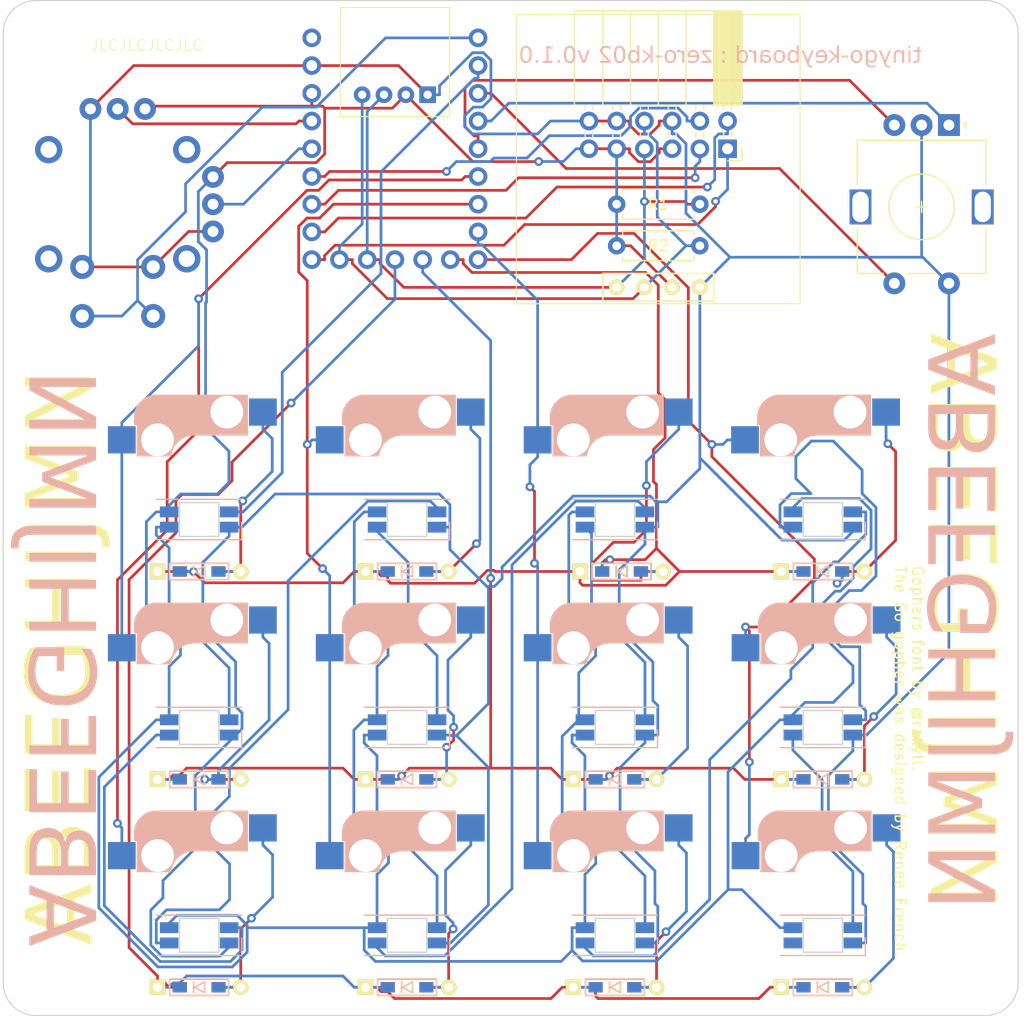
<source format=kicad_pcb>
(kicad_pcb (version 20221018) (generator pcbnew)
  (layers (0 "F.Cu" signal) (31 "B.Cu" signal) (34 "B.Paste" user) (35 "F.Paste" user) (36 "B.SilkS" user "B.Silkscreen") (37 "F.SilkS" user "F.Silkscreen") (38 "B.Mask" user) (39 "F.Mask" user) (44 "Edge.Cuts" user))
  (net 0 "")
  (net 1 "ROW1")
  (net 2 "Net-(D1-A)")
  (net 3 "Net-(D2-A)")
  (net 4 "Net-(D3-A)")
  (net 5 "Net-(D4-A)")
  (net 6 "ROW2")
  (net 7 "Net-(D5-A)")
  (net 8 "Net-(D6-A)")
  (net 9 "Net-(D7-A)")
  (net 10 "Net-(D8-A)")
  (net 11 "ROW3")
  (net 12 "Net-(D9-A)")
  (net 13 "Net-(D10-A)")
  (net 14 "Net-(D11-A)")
  (net 15 "Net-(D12-A)")
  (net 16 "GND")
  (net 17 "3V3")
  (net 18 "SDA0_TX0")
  (net 19 "SCL0_RX0")
  (net 20 "EX01")
  (net 21 "EX02")
  (net 22 "EX03")
  (net 23 "EX04")
  (net 24 "COL1")
  (net 25 "COL2")
  (net 26 "COL3")
  (net 27 "COL4")
  (net 28 "ROT_A1")
  (net 29 "ROT_B1")
  (net 30 "ROT_BTN1")
  (net 31 "VR_X")
  (net 32 "VR_Y")
  (net 33 "VR_BTN")
  (net 35 "WS2812")
  (net 36 "Net-(LED1-DOUT)")
  (net 37 "Net-(LED2-DOUT)")
  (net 38 "Net-(LED3-DOUT)")
  (net 39 "Net-(LED4-DOUT)")
  (net 40 "Net-(LED5-DOUT)")
  (net 41 "Net-(LED6-DOUT)")
  (net 42 "Net-(LED7-DOUT)")
  (net 43 "Net-(LED8-DOUT)")
  (net 44 "Net-(LED10-DIN)")
  (net 45 "Net-(LED10-DOUT)")
  (net 46 "Net-(LED11-DOUT)")
  (footprint "foostan/kbd:CherryMX_Hotswap" (layer "F.Cu") (at 154.7813 95.25)
    (fp_text reference "SW3" hide)
    (fp_text value "SW_PUSH" hide)
  )
  (footprint "foostan/kbd:CherryMX_Hotswap" (layer "F.Cu") (at 173.8313 133.35)
    (fp_text reference "SW12" hide)
    (fp_text value "SW_PUSH" hide)
  )
  (footprint "foostan/kbd:CherryMX_Hotswap" (layer "F.Cu") (at 116.6813 114.3)
    (fp_text reference "SW5" hide)
    (fp_text value "SW_PUSH" hide)
  )
  (footprint "foostan/kbd:D3_TH_SMD" (layer "F.Cu") (at 155.3875 104.775)
    (fp_text reference "D3" hide)
    (fp_text value "1N4148" hide)
  )
  (footprint "sglib:OLED" (layer "F.Cu") (at 158.75 78.74)
    (fp_text reference "OL1")
    (fp_text value "OLED" hide)
  )
  (footprint "sglib:rp2040-zero" (layer "F.Cu") (at 134.62 66.04)
    (fp_text reference "U1" hide)
    (fp_text value "rp2040-zero" hide)
  )
  (footprint "foostan/kbd:D3_TH_SMD" (layer "F.Cu") (at 173.8313 142.875)
    (fp_text reference "D12" hide)
    (fp_text value "1N4148" hide)
  )
  (footprint "foostan/kbd:M2_HOLE_v2" (layer "F.Cu") (at 187.72 56.46)
    (fp_text reference "H2" hide)
    (fp_text value "MountingHole" hide)
  )
  (footprint "sglib:RKJXV122400R" (layer "F.Cu") (at 109.22 71.12 -90)
    (fp_text reference "SW19" hide)
    (fp_text value "SW_PUSH" hide)
  )
  (footprint "foostan/kbd:CherryMX_Hotswap" (layer "F.Cu") (at 135.7313 95.25)
    (fp_text reference "SW2" hide)
    (fp_text value "SW_PUSH" hide)
  )
  (footprint "Resistor_THT:R_Axial_DIN0207_L6.3mm_D2.5mm_P7.62mm_Horizontal" (layer "F.Cu") (at 154.94 71.12)
    (fp_text reference "R1")
    (fp_text value "R")
  )
  (footprint "foostan/kbd:D3_TH_SMD" (layer "F.Cu") (at 173.8313 123.825)
    (fp_text reference "D8" hide)
    (fp_text value "1N4148" hide)
  )
  (footprint "foostan/kbd:CherryMX_Hotswap" (layer "F.Cu") (at 173.8313 114.3)
    (fp_text reference "SW8" hide)
    (fp_text value "SW_PUSH" hide)
  )
  (footprint "sglib:grove-horizontal" (layer "F.Cu") (at 135.62 66.09)
    (fp_text reference "J1" hide)
    (fp_text value "Conn_01x04_Pin" hide)
  )
  (footprint "Connector_PinSocket_2.54mm:PinSocket_2x06_P2.54mm_Horizontal" (layer "F.Cu") (at 165.1 66.04 -90)
    (fp_text reference "J3" hide)
    (fp_text value "Conn_01x12_Socket")
  )
  (footprint "foostan/kbd:CherryMX_Hotswap" (layer "F.Cu") (at 116.6813 95.25)
    (fp_text reference "SW1" hide)
    (fp_text value "SW_PUSH" hide)
  )
  (footprint "foostan/kbd:CherryMX_Hotswap" (layer "F.Cu") (at 154.7813 114.3)
    (fp_text reference "SW7" hide)
    (fp_text value "SW_PUSH" hide)
  )
  (footprint "foostan/kbd:CherryMX_Hotswap" (layer "F.Cu") (at 135.7313 114.3)
    (fp_text reference "SW6" hide)
    (fp_text value "SW_PUSH" hide)
  )
  (footprint "foostan/kbd:D3_TH_SMD" (layer "F.Cu") (at 135.7313 123.825)
    (fp_text reference "D6" hide)
    (fp_text value "1N4148" hide)
  )
  (footprint "foostan/kbd:D3_TH_SMD" (layer "F.Cu") (at 154.7813 123.825)
    (fp_text reference "D7" hide)
    (fp_text value "1N4148" hide)
  )
  (footprint "foostan/kbd:M2_HOLE_v2" (layer "F.Cu") (at 102.72 56.46)
    (fp_text reference "H1" hide)
    (fp_text value "MountingHole" hide)
  )
  (footprint "foostan/kbd:D3_TH_SMD" (layer "F.Cu") (at 173.8313 104.775)
    (fp_text reference "D4" hide)
    (fp_text value "1N4148" hide)
  )
  (footprint "foostan/kbd:CherryMX_Hotswap" (layer "F.Cu") (at 173.7813 95.25)
    (fp_text reference "SW4" hide)
    (fp_text value "SW_PUSH" hide)
  )
  (footprint "foostan/kbd:CherryMX_Hotswap" (layer "F.Cu") (at 135.7313 133.35)
    (fp_text reference "SW10" hide)
    (fp_text value "SW_PUSH" hide)
  )
  (footprint "foostan/kbd:M2_HOLE_v2" (layer "F.Cu") (at 102.72 141.46)
    (fp_text reference "H3" hide)
    (fp_text value "MountingHole" hide)
  )
  (footprint "foostan/kbd:D3_TH_SMD" (layer "F.Cu") (at 135.7313 104.775)
    (fp_text reference "D2" hide)
    (fp_text value "1N4148" hide)
  )
  (footprint "foostan/kbd:M2_HOLE_v2" (layer "F.Cu") (at 187.72 141.46)
    (fp_text reference "H4" hide)
    (fp_text value "MountingHole" hide)
  )
  (footprint "foostan/kbd:D3_TH_SMD" (layer "F.Cu") (at 116.6813 104.775)
    (fp_text reference "D1" hide)
    (fp_text value "1N4148" hide)
  )
  (footprint "foostan/kbd:D3_TH_SMD" (layer "F.Cu") (at 135.7313 142.875)
    (fp_text reference "D10" hide)
    (fp_text value "1N4148" hide)
  )
  (footprint "foostan/kbd:D3_TH_SMD" (layer "F.Cu") (at 116.6813 123.825)
    (fp_text reference "D5" hide)
    (fp_text value "1N4148" hide)
  )
  (footprint "foostan/kbd:D3_TH_SMD" (layer "F.Cu") (at 154.7813 142.875)
    (fp_text reference "D11" hide)
    (fp_text value "1N4148" hide)
  )
  (footprint "Rotary_Encoder:RotaryEncoder_Alps_EC11E-Switch_Vertical_H20mm" (layer "F.Cu") (at 185.38 63.87 -90)
    (fp_text reference "SW13" hide)
    (fp_text value "RotaryEncoder_Switch")
  )
  (footprint "foostan/kbd:CherryMX_Hotswap" (layer "F.Cu") (at 154.7813 133.35)
    (fp_text reference "SW11" hide)
    (fp_text value "SW_PUSH" hide)
  )
  (footprint "foostan/kbd:CherryMX_Hotswap" (layer "F.Cu") (at 116.6813 133.35)
    (fp_text reference "SW9" hide)
    (fp_text value "SW_PUSH" hide)
  )
  (footprint "foostan/kbd:D3_TH_SMD" (layer "F.Cu") (at 116.6813 142.875)
    (fp_text reference "D9" hide)
    (fp_text value "1N4148" hide)
  )
  (footprint "Resistor_THT:R_Axial_DIN0207_L6.3mm_D2.5mm_P7.62mm_Horizontal" (layer "F.Cu") (at 154.94 74.93)
    (fp_text reference "R2")
    (fp_text value "R")
  )
  (footprint "foostan/kbd:YS-SK6812MINI-E" (layer "B.Cu") (at 135.7313 138.1125 180)
    (fp_text reference "LED6" hide)
    (fp_text value "YS-SK6812MINI-E" hide)
    (fp_line (start -1.8 -1.55) (end 1.8 -1.55) (stroke (width 0.12)) (layer "Edge.Cuts"))
    (fp_line (start -1.8 1.55) (end -1.8 -1.55) (stroke (width 0.12)) (layer "Edge.Cuts"))
    (fp_line (start 1.8 -1.55) (end 1.8 1.55) (stroke (width 0.12)) (layer "Edge.Cuts"))
    (fp_line (start 1.8 1.55) (end -1.8 1.55) (stroke (width 0.12)) (layer "Edge.Cuts"))
  )
  (footprint "foostan/kbd:YS-SK6812MINI-E" (layer "B.Cu") (at 154.7813 138.1125 180)
    (fp_text reference "LED9" hide)
    (fp_text value "YS-SK6812MINI-E" hide)
    (fp_line (start -1.8 -1.55) (end 1.8 -1.55) (stroke (width 0.12)) (layer "Edge.Cuts"))
    (fp_line (start -1.8 1.55) (end -1.8 -1.55) (stroke (width 0.12)) (layer "Edge.Cuts"))
    (fp_line (start 1.8 -1.55) (end 1.8 1.55) (stroke (width 0.12)) (layer "Edge.Cuts"))
    (fp_line (start 1.8 1.55) (end -1.8 1.55) (stroke (width 0.12)) (layer "Edge.Cuts"))
  )
  (footprint "foostan/kbd:YS-SK6812MINI-E" (layer "B.Cu") (at 135.7313 119.0625 180)
    (fp_text reference "LED5" hide)
    (fp_text value "YS-SK6812MINI-E" hide)
    (fp_line (start -1.8 -1.55) (end 1.8 -1.55) (stroke (width 0.12)) (layer "Edge.Cuts"))
    (fp_line (start -1.8 1.55) (end -1.8 -1.55) (stroke (width 0.12)) (layer "Edge.Cuts"))
    (fp_line (start 1.8 -1.55) (end 1.8 1.55) (stroke (width 0.12)) (layer "Edge.Cuts"))
    (fp_line (start 1.8 1.55) (end -1.8 1.55) (stroke (width 0.12)) (layer "Edge.Cuts"))
  )
  (footprint "foostan/kbd:YS-SK6812MINI-E" (layer "B.Cu") (at 116.6813 119.0625 180)
    (fp_text reference "LED2" hide)
    (fp_text value "YS-SK6812MINI-E" hide)
    (fp_line (start -1.8 -1.55) (end 1.8 -1.55) (stroke (width 0.12)) (layer "Edge.Cuts"))
    (fp_line (start -1.8 1.55) (end -1.8 -1.55) (stroke (width 0.12)) (layer "Edge.Cuts"))
    (fp_line (start 1.8 -1.55) (end 1.8 1.55) (stroke (width 0.12)) (layer "Edge.Cuts"))
    (fp_line (start 1.8 1.55) (end -1.8 1.55) (stroke (width 0.12)) (layer "Edge.Cuts"))
  )
  (footprint "foostan/kbd:YS-SK6812MINI-E" (layer "B.Cu") (at 154.7813 100.0125 180)
    (fp_text reference "LED7" hide)
    (fp_text value "YS-SK6812MINI-E" hide)
    (fp_line (start -1.8 -1.55) (end 1.8 -1.55) (stroke (width 0.12)) (layer "Edge.Cuts"))
    (fp_line (start -1.8 1.55) (end -1.8 -1.55) (stroke (width 0.12)) (layer "Edge.Cuts"))
    (fp_line (start 1.8 -1.55) (end 1.8 1.55) (stroke (width 0.12)) (layer "Edge.Cuts"))
    (fp_line (start 1.8 1.55) (end -1.8 1.55) (stroke (width 0.12)) (layer "Edge.Cuts"))
  )
  (footprint "foostan/kbd:YS-SK6812MINI-E" (layer "B.Cu") (at 116.6813 138.1125 180)
    (fp_text reference "LED3" hide)
    (fp_text value "YS-SK6812MINI-E" hide)
    (fp_line (start -1.8 -1.55) (end 1.8 -1.55) (stroke (width 0.12)) (layer "Edge.Cuts"))
    (fp_line (start -1.8 1.55) (end -1.8 -1.55) (stroke (width 0.12)) (layer "Edge.Cuts"))
    (fp_line (start 1.8 -1.55) (end 1.8 1.55) (stroke (width 0.12)) (layer "Edge.Cuts"))
    (fp_line (start 1.8 1.55) (end -1.8 1.55) (stroke (width 0.12)) (layer "Edge.Cuts"))
  )
  (footprint "foostan/kbd:YS-SK6812MINI-E" (layer "B.Cu") (at 173.8313 119.0625 180)
    (fp_text reference "LED11" hide)
    (fp_text value "YS-SK6812MINI-E" hide)
    (fp_line (start -1.8 -1.55) (end 1.8 -1.55) (stroke (width 0.12)) (layer "Edge.Cuts"))
    (fp_line (start -1.8 1.55) (end -1.8 -1.55) (stroke (width 0.12)) (layer "Edge.Cuts"))
    (fp_line (start 1.8 -1.55) (end 1.8 1.55) (stroke (width 0.12)) (layer "Edge.Cuts"))
    (fp_line (start 1.8 1.55) (end -1.8 1.55) (stroke (width 0.12)) (layer "Edge.Cuts"))
  )
  (footprint "foostan/kbd:YS-SK6812MINI-E" (layer "B.Cu") (at 116.6813 100.0125 180)
    (fp_text reference "LED1" hide)
    (fp_text value "YS-SK6812MINI-E" hide)
    (fp_line (start -1.8 -1.55) (end 1.8 -1.55) (stroke (width 0.12)) (layer "Edge.Cuts"))
    (fp_line (start -1.8 1.55) (end -1.8 -1.55) (stroke (width 0.12)) (layer "Edge.Cuts"))
    (fp_line (start 1.8 -1.55) (end 1.8 1.55) (stroke (width 0.12)) (layer "Edge.Cuts"))
    (fp_line (start 1.8 1.55) (end -1.8 1.55) (stroke (width 0.12)) (layer "Edge.Cuts"))
  )
  (footprint "foostan/kbd:YS-SK6812MINI-E" (layer "B.Cu") (at 173.8313 138.1125 180)
    (fp_text reference "LED12" hide)
    (fp_text value "YS-SK6812MINI-E" hide)
    (fp_line (start -1.8 -1.55) (end 1.8 -1.55) (stroke (width 0.12)) (layer "Edge.Cuts"))
    (fp_line (start -1.8 1.55) (end -1.8 -1.55) (stroke (width 0.12)) (layer "Edge.Cuts"))
    (fp_line (start 1.8 -1.55) (end 1.8 1.55) (stroke (width 0.12)) (layer "Edge.Cuts"))
    (fp_line (start 1.8 1.55) (end -1.8 1.55) (stroke (width 0.12)) (layer "Edge.Cuts"))
  )
  (footprint "foostan/kbd:YS-SK6812MINI-E" (layer "B.Cu") (at 173.8313 100.0125 180)
    (fp_text reference "LED10" hide)
    (fp_text value "YS-SK6812MINI-E" hide)
    (fp_line (start -1.8 -1.55) (end 1.8 -1.55) (stroke (width 0.12)) (layer "Edge.Cuts"))
    (fp_line (start -1.8 1.55) (end -1.8 -1.55) (stroke (width 0.12)) (layer "Edge.Cuts"))
    (fp_line (start 1.8 -1.55) (end 1.8 1.55) (stroke (width 0.12)) (layer "Edge.Cuts"))
    (fp_line (start 1.8 1.55) (end -1.8 1.55) (stroke (width 0.12)) (layer "Edge.Cuts"))
  )
  (footprint "foostan/kbd:YS-SK6812MINI-E" (layer "B.Cu") (at 135.7313 100.0125 180)
    (fp_text reference "LED4" hide)
    (fp_text value "YS-SK6812MINI-E" hide)
    (fp_line (start -1.8 -1.55) (end 1.8 -1.55) (stroke (width 0.12)) (layer "Edge.Cuts"))
    (fp_line (start -1.8 1.55) (end -1.8 -1.55) (stroke (width 0.12)) (layer "Edge.Cuts"))
    (fp_line (start 1.8 -1.55) (end 1.8 1.55) (stroke (width 0.12)) (layer "Edge.Cuts"))
    (fp_line (start 1.8 1.55) (end -1.8 1.55) (stroke (width 0.12)) (layer "Edge.Cuts"))
  )
  (footprint "foostan/kbd:YS-SK6812MINI-E" (layer "B.Cu") (at 154.7813 119.0625 180)
    (fp_text reference "LED8" hide)
    (fp_text value "YS-SK6812MINI-E" hide)
    (fp_line (start -1.8 -1.55) (end 1.8 -1.55) (stroke (width 0.12)) (layer "Edge.Cuts"))
    (fp_line (start -1.8 1.55) (end -1.8 -1.55) (stroke (width 0.12)) (layer "Edge.Cuts"))
    (fp_line (start 1.8 -1.55) (end 1.8 1.55) (stroke (width 0.12)) (layer "Edge.Cuts"))
    (fp_line (start 1.8 1.55) (end -1.8 1.55) (stroke (width 0.12)) (layer "Edge.Cuts"))
  )
  (gr_line (start 188.72 52.46) (end 101.72 52.46) (stroke (width 0.1)) (layer "Edge.Cuts"))
  (gr_line (start 101.72 145.46) (end 188.72 145.46) (stroke (width 0.1)) (layer "Edge.Cuts"))
  (gr_arc (start 101.72 145.46) (mid 99.59868 144.58132) (end 98.72 142.46) (stroke (width 0.1)) (layer "Edge.Cuts"))
  (gr_arc (start 188.72 52.46) (mid 190.84132 53.33868) (end 191.72 55.46) (stroke (width 0.1)) (layer "Edge.Cuts"))
  (gr_line (start 191.72 142.46) (end 191.72 55.46) (stroke (width 0.1)) (layer "Edge.Cuts"))
  (gr_arc (start 191.72 142.46) (mid 190.84132 144.58132) (end 188.72 145.46) (stroke (width 0.1)) (layer "Edge.Cuts"))
  (gr_line (start 98.72 55.46) (end 98.72 142.46) (stroke (width 0.1)) (layer "Edge.Cuts"))
  (gr_arc (start 98.72 55.46) (mid 99.59868 53.33868) (end 101.72 52.46) (stroke (width 0.1)) (layer "Edge.Cuts"))
  (gr_text "ABEFGHIJMN" (at 100.1 139.17 -90) (layer "B.SilkS") (effects (font (size 6 6)) (justify left bottom mirror)))
  (gr_text "ABEFGHIJMN" (at 190.62 82.95 90) (layer "B.SilkS") (effects (font (size 6 6)) (justify left bottom mirror)))
  (gr_text "tinygo-keyboard : zero-kb02 v0.1.0" (at 182.88 58.42) (layer "B.SilkS") (effects (font (size 1.5 1.5)) (justify left bottom mirror)))
  (gr_text "ABEFGHIJMN" (at 107.84 139.07 90) (layer "F.SilkS") (effects (font (size 6 6)) (justify left bottom)))
  (gr_text "JLCJLCJLCJLC" (at 106.68 57.15) (layer "F.SilkS") (effects (font (size 1 1) (thickness 0.08)) (justify left bottom)))
  (gr_text "Gophers font by @rakyll.\nThe Go gopher was designed by Renee French." (at 180.34 104.14 -90) (layer "F.SilkS") (effects (font (size 1 1)) (justify left bottom)))
  (gr_text "ABEFGHIJMN" (at 182.69 82.86 -90) (layer "F.SilkS") (effects (font (size 6 6)) (justify left bottom)))
  (segment (start 154.3205 103.6943) (end 157.5431 103.6943) (width 0.25) (layer "F.Cu") (net 1))
  (segment (start 151.5775 105.8004) (end 151.8171 106.04) (width 0.25) (layer "F.Cu") (net 1))
  (segment (start 116.1582 104.7843) (end 115.8925 104.7843) (width 0.25) (layer "F.Cu") (net 1))
  (segment (start 143.6929 104.6735) (end 143.0908 104.6735) (width 0.25) (layer "F.Cu") (net 1))
  (segment (start 140.8769 76.5679) (end 141.6859 77.3769) (width 0.25) (layer "F.Cu") (net 1))
  (segment (start 114.9063 104.775) (end 112.8713 104.775) (width 0.25) (layer "F.Cu") (net 1))
  (segment (start 159.4388 106.04) (end 160.7038 104.775) (width 0.25) (layer "F.Cu") (net 1))
  (segment (start 158.5831 96.803495) (end 158.5831 102.6543) (width 0.25) (layer "F.Cu") (net 1))
  (segment (start 130.8959 104.775) (end 129.8637 105.8072) (width 0.25) (layer "F.Cu") (net 1))
  (segment (start 133.9563 104.775) (end 133.9563 105.1759) (width 0.25) (layer "F.Cu") (net 1))
  (segment (start 157.5431 103.6943) (end 158.5831 102.6543) (width 0.25) (layer "F.Cu") (net 1))
  (segment (start 151.8171 106.04) (end 159.4388 106.04) (width 0.25) (layer "F.Cu") (net 1))
  (segment (start 168.9959 104.775) (end 160.7038 104.775) (width 0.25) (layer "F.Cu") (net 1))
  (segment (start 153.6125 104.775) (end 153.6125 103.9731) (width 0.25) (layer "F.Cu") (net 1))
  (segment (start 153.6125 103.9731) (end 153.8913 103.6943) (width 0.25) (layer "F.Cu") (net 1))
  (segment (start 115.8925 104.7843) (end 115.8832 104.775) (width 0.25) (layer "F.Cu") (net 1))
  (segment (start 141.6859 77.3769) (end 157.5958 77.3769) (width 0.25) (layer "F.Cu") (net 1))
  (segment (start 139.7 76.2) (end 140.8769 76.2) (width 0.25) (layer "F.Cu") (net 1))
  (segment (start 150.5521 104.775) (end 143.7944 104.775) (width 0.25) (layer "F.Cu") (net 1))
  (segment (start 158.31 96.530395) (end 158.5831 96.803495) (width 0.25) (layer "F.Cu") (net 1))
  (segment (start 133.9563 105.1759) (end 133.9563 105.5769) (width 0.25) (layer "F.Cu") (net 1))
  (segment (start 141.9095 105.8548) (end 134.2342 105.8548) (width 0.25) (layer "F.Cu") (net 1))
  (segment (start 114.9063 104.775) (end 115.8832 104.775) (width 0.25) (layer "F.Cu") (net 1))
  (segment (start 134.2342 105.8548) (end 133.9563 105.5769) (width 0.25) (layer "F.Cu") (net 1))
  (segment (start 131.9213 104.775) (end 130.8959 104.775) (width 0.25) (layer "F.Cu") (net 1))
  (segment (start 170.0213 104.775) (end 168.9959 104.775) (width 0.25) (layer "F.Cu") (net 1))
  (segment (start 159.38 92.5311) (end 158.31 93.6011) (width 0.25) (layer "F.Cu") (net 1))
  (segment (start 158.75 88.3985) (end 159.38 89.0285) (width 0.25) (layer "F.Cu") (net 1))
  (segment (start 151.5775 104.775) (end 151.5775 105.8004) (width 0.25) (layer "F.Cu") (net 1))
  (segment (start 140.8769 76.2) (end 140.8769 76.5679) (width 0.25) (layer "F.Cu") (net 1))
  (segment (start 157.5958 77.3769) (end 158.75 78.5311) (width 0.25) (layer "F.Cu") (net 1))
  (segment (start 158.75 78.5311) (end 158.75 88.3985) (width 0.25) (layer "F.Cu") (net 1))
  (segment (start 153.8913 103.6943) (end 154.3205 103.6943) (width 0.25) (layer "F.Cu") (net 1))
  (segment (start 143.0908 104.6735) (end 141.9095 105.8548) (width 0.25) (layer "F.Cu") (net 1))
  (segment (start 129.8637 105.8072) (end 117.1811 105.8072) (width 0.25) (layer "F.Cu") (net 1))
  (segment (start 131.9213 104.775) (end 132.9467 104.775) (width 0.25) (layer "F.Cu") (net 1))
  (segment (start 172.0563 104.775) (end 170.0213 104.775) (width 0.25) (layer "F.Cu") (net 1))
  (segment (start 133.3476 105.1759) (end 132.9467 104.775) (width 0.25) (layer "F.Cu") (net 1))
  (segment (start 143.7944 104.775) (end 143.6929 104.6735) (width 0.25) (layer "F.Cu") (net 1))
  (segment (start 158.31 93.6011) (end 158.31 96.530395) (width 0.25) (layer "F.Cu") (net 1))
  (segment (start 160.7038 104.775) (end 158.5831 102.6543) (width 0.25) (layer "F.Cu") (net 1))
  (segment (start 133.9563 105.1759) (end 133.3476 105.1759) (width 0.25) (layer "F.Cu") (net 1))
  (segment (start 151.5775 104.775) (end 150.5521 104.775) (width 0.25) (layer "F.Cu") (net 1))
  (segment (start 117.1811 105.8072) (end 116.1582 104.7843) (width 0.25) (layer "F.Cu") (net 1))
  (segment (start 159.38 89.0285) (end 159.38 92.5311) (width 0.25) (layer "F.Cu") (net 1))
  (via (at 116.1582 104.7843) (size 0.8) (drill 0.4) (layers "F.Cu" "B.Cu") (net 1))
  (via (at 154.3205 103.6943) (size 0.8) (drill 0.4) (layers "F.Cu" "B.Cu") (net 1))
  (segment (start 154.0417 103.9731) (end 153.6125 103.9731) (width 0.25) (layer "B.Cu") (net 1))
  (segment (start 114.9063 104.775) (end 116.1489 104.775) (width 0.25) (layer "B.Cu") (net 1))
  (segment (start 172.0563 104.775) (end 170.0213 104.775) (width 0.25) (layer "B.Cu") (net 1))
  (segment (start 116.1489 104.775) (end 116.1582 104.7843) (width 0.25) (layer "B.Cu") (net 1))
  (segment (start 131.9213 104.775) (end 133.9563 104.775) (width 0.25) (layer "B.Cu") (net 1))
  (segment (start 154.3205 103.6943) (end 154.0417 103.9731) (width 0.25) (layer "B.Cu") (net 1))
  (segment (start 153.6125 104.775) (end 153.6125 103.9731) (width 0.25) (layer "B.Cu") (net 1))
  (segment (start 120.4913 104.775) (end 118.4563 104.775) (width 0.25) (layer "F.Cu") (net 2))
  (segment (start 120.4913 98.4983) (end 120.6809 98.3087) (width 0.25) (layer "F.Cu") (net 2))
  (segment (start 120.4913 104.775) (end 120.4913 98.4983) (width 0.25) (layer "F.Cu") (net 2))
  (via (at 120.6809 98.3087) (size 0.8) (drill 0.4) (layers "F.Cu" "B.Cu") (net 2))
  (segment (start 118.4563 104.775) (end 120.4913 104.775) (width 0.25) (layer "B.Cu") (net 2))
  (segment (start 122.5233 90.17) (end 122.5233 91.7469) (width 0.25) (layer "B.Cu") (net 2))
  (segment (start 123.38 92.6036) (end 123.38 95.6096) (width 0.25) (layer "B.Cu") (net 2))
  (segment (start 122.5233 91.7469) (end 123.38 92.6036) (width 0.25) (layer "B.Cu") (net 2))
  (segment (start 123.38 95.6096) (end 120.6809 98.3087) (width 0.25) (layer "B.Cu") (net 2))
  (segment (start 139.5413 104.775) (end 142.0936 102.2227) (width 0.25) (layer "F.Cu") (net 3))
  (segment (start 137.5063 104.775) (end 139.5413 104.775) (width 0.25) (layer "F.Cu") (net 3))
  (segment (start 142.0936 102.2227) (end 142.0951 102.2227) (width 0.25) (layer "F.Cu") (net 3))
  (via (at 142.0951 102.2227) (size 0.8) (drill 0.4) (layers "F.Cu" "B.Cu") (net 3))
  (segment (start 137.5063 104.775) (end 139.5413 104.775) (width 0.25) (layer "B.Cu") (net 3))
  (segment (start 142.41 101.9078) (end 142.0951 102.2227) (width 0.25) (layer "B.Cu") (net 3))
  (segment (start 141.5733 90.17) (end 141.5733 91.7469) (width 0.25) (layer "B.Cu") (net 3))
  (segment (start 142.41 92.5836) (end 142.41 101.9078) (width 0.25) (layer "B.Cu") (net 3))
  (segment (start 141.5733 91.7469) (end 142.41 92.5836) (width 0.25) (layer "B.Cu") (net 3))
  (segment (start 159.1975 104.775) (end 157.1625 104.775) (width 0.25) (layer "F.Cu") (net 4))
  (segment (start 154.6359 102.0992) (end 156.5265 102.0992) (width 0.25) (layer "F.Cu") (net 4))
  (segment (start 157.6646 100.9611) (end 157.6646 96.9103) (width 0.25) (layer "F.Cu") (net 4))
  (segment (start 157.1625 104.775) (end 157.1625 105.5769) (width 0.25) (layer "F.Cu") (net 4))
  (segment (start 152.6356 105.3895) (end 152.6356 104.0995) (width 0.25) (layer "F.Cu") (net 4))
  (segment (start 152.823 105.5769) (end 152.6356 105.3895) (width 0.25) (layer "F.Cu") (net 4))
  (segment (start 156.5265 102.0992) (end 157.6646 100.9611) (width 0.25) (layer "F.Cu") (net 4))
  (segment (start 157.1625 105.5769) (end 152.823 105.5769) (width 0.25) (layer "F.Cu") (net 4))
  (segment (start 152.6356 104.0995) (end 154.6359 102.0992) (width 0.25) (layer "F.Cu") (net 4))
  (via (at 157.6646 96.9103) (size 0.8) (drill 0.4) (layers "F.Cu" "B.Cu") (net 4))
  (segment (start 160.6233 90.17) (end 160.6233 91.7469) (width 0.25) (layer "B.Cu") (net 4))
  (segment (start 160.6233 91.7469) (end 157.6646 94.7056) (width 0.25) (layer "B.Cu") (net 4))
  (segment (start 157.1625 104.775) (end 159.1975 104.775) (width 0.25) (layer "B.Cu") (net 4))
  (segment (start 157.6646 94.7056) (end 157.6646 96.9103) (width 0.25) (layer "B.Cu") (net 4))
  (segment (start 180.5 101.9163) (end 180.5 93.7859) (width 0.25) (layer "F.Cu") (net 5))
  (segment (start 180.5 93.7859) (end 179.7827 93.0686) (width 0.25) (layer "F.Cu") (net 5))
  (segment (start 175.1388 105.8548) (end 175.4167 105.5769) (width 0.25) (layer "F.Cu") (net 5))
  (segment (start 177.6413 104.775) (end 180.5 101.9163) (width 0.25) (layer "F.Cu") (net 5))
  (segment (start 175.4167 105.5769) (end 175.6063 105.5769) (width 0.25) (layer "F.Cu") (net 5))
  (segment (start 175.6063 104.775) (end 177.6413 104.775) (width 0.25) (layer "F.Cu") (net 5))
  (segment (start 175.6063 104.775) (end 175.6063 105.5769) (width 0.25) (layer "F.Cu") (net 5))
  (via (at 179.7827 93.0686) (size 0.8) (drill 0.4) (layers "F.Cu" "B.Cu") (net 5))
  (via (at 175.1388 105.8548) (size 0.8) (drill 0.4) (layers "F.Cu" "B.Cu") (net 5))
  (segment (start 179.7827 93.0686) (end 179.6233 92.9092) (width 0.25) (layer "B.Cu") (net 5))
  (segment (start 179.6233 92.9092) (end 179.6233 90.17) (width 0.25) (layer "B.Cu") (net 5))
  (segment (start 175.6063 105.5769) (end 175.4167 105.5769) (width 0.25) (layer "B.Cu") (net 5))
  (segment (start 175.4167 105.5769) (end 175.1388 105.8548) (width 0.25) (layer "B.Cu") (net 5))
  (segment (start 175.6063 104.775) (end 175.6063 105.5769) (width 0.25) (layer "B.Cu") (net 5))
  (segment (start 165.6526 122.7996) (end 166.678 123.825) (width 0.25) (layer "F.Cu") (net 6))
  (segment (start 134.9332 123.825) (end 134.9332 123.8093) (width 0.25) (layer "F.Cu") (net 6))
  (segment (start 150.9713 123.825) (end 153.0063 123.825) (width 0.25) (layer "F.Cu") (net 6))
  (segment (start 134.9332 123.8093) (end 135.231 123.5115) (width 0.25) (layer "F.Cu") (net 6))
  (segment (start 143.3918 122.7996) (end 143.3918 105.402) (width 0.25) (layer "F.Cu") (net 6))
  (segment (start 131.9213 123.825) (end 130.8959 123.825) (width 0.25) (layer "F.Cu") (net 6))
  (segment (start 115.5358 122.7945) (end 114.9063 123.424) (width 0.25) (layer "F.Cu") (net 6))
  (segment (start 129.8654 122.7945) (end 115.5358 122.7945) (width 0.25) (layer "F.Cu") (net 6))
  (segment (start 114.9063 123.825) (end 114.9063 123.424) (width 0.25) (layer "F.Cu") (net 6))
  (segment (start 112.8713 123.825) (end 113.8967 123.825) (width 0.25) (layer "F.Cu") (net 6))
  (segment (start 172.0563 123.825) (end 170.0213 123.825) (width 0.25) (layer "F.Cu") (net 6))
  (segment (start 166.678 123.825) (end 168.9959 123.825) (width 0.25) (layer "F.Cu") (net 6))
  (segment (start 135.231 123.5115) (end 135.9429 122.7996) (width 0.25) (layer "F.Cu") (net 6))
  (segment (start 135.9429 122.7996) (end 143.3918 122.7996) (width 0.25) (layer "F.Cu") (net 6))
  (segment (start 143.3918 122.7996) (end 148.9205 122.7996) (width 0.25) (layer "F.Cu") (net 6))
  (segment (start 130.8959 123.825) (end 129.8654 122.7945) (width 0.25) (layer "F.Cu") (net 6))
  (segment (start 133.9563 123.825) (end 131.9213 123.825) (width 0.25) (layer "F.Cu") (net 6))
  (segment (start 148.9205 122.7996) (end 149.9459 123.825) (width 0.25) (layer "F.Cu") (net 6))
  (segment (start 153.0063 123.825) (end 153.9832 123.825) (width 0.25) (layer "F.Cu") (net 6))
  (segment (start 170.0213 123.825) (end 168.9959 123.825) (width 0.25) (layer "F.Cu") (net 6))
  (segment (start 153.9832 123.825) (end 153.9832 123.8093) (width 0.25) (layer "F.Cu") (net 6))
  (segment (start 114.9063 123.424) (end 114.2977 123.424) (width 0.25) (layer "F.Cu") (net 6))
  (segment (start 154.281 123.5115) (end 154.9929 122.7996) (width 0.25) (layer "F.Cu") (net 6))
  (segment (start 133.9563 123.825) (end 134.9332 123.825) (width 0.25) (layer "F.Cu") (net 6))
  (segment (start 114.2977 123.424) (end 113.8967 123.825) (width 0.25) (layer "F.Cu") (net 6))
  (segment (start 154.9929 122.7996) (end 165.6526 122.7996) (width 0.25) (layer "F.Cu") (net 6))
  (segment (start 153.9832 123.8093) (end 154.281 123.5115) (width 0.25) (layer "F.Cu") (net 6))
  (segment (start 150.9713 123.825) (end 149.9459 123.825) (width 0.25) (layer "F.Cu") (net 6))
  (via (at 154.281 123.5115) (size 0.8) (drill 0.4) (layers "F.Cu" "B.Cu") (net 6))
  (via (at 143.3918 105.402) (size 0.8) (drill 0.4) (layers "F.Cu" "B.Cu") (net 6))
  (via (at 135.231 123.5115) (size 0.8) (drill 0.4) (layers "F.Cu" "B.Cu") (net 6))
  (segment (start 153.9832 123.8093) (end 154.281 123.5115) (width 0.25) (layer "B.Cu") (net 6))
  (segment (start 114.9063 123.825) (end 112.8713 123.825) (width 0.25) (layer "B.Cu") (net 6))
  (segment (start 137.16 76.2) (end 137.16 77.3769) (width 0.25) (layer "B.Cu") (net 6))
  (segment (start 134.9332 123.8093) (end 135.231 123.5115) (width 0.25) (layer "B.Cu") (net 6))
  (segment (start 134.9332 123.825) (end 134.9332 123.8093) (width 0.25) (layer "B.Cu") (net 6))
  (segment (start 137.16 77.3769) (end 143.3917 83.6086) (width 0.25) (layer "B.Cu") (net 6))
  (segment (start 172.0563 123.825) (end 170.0213 123.825) (width 0.25) (layer "B.Cu") (net 6))
  (segment (start 133.9563 123.825) (end 134.9332 123.825) (width 0.25) (layer "B.Cu") (net 6))
  (segment (start 153.0063 123.825) (end 153.9832 123.825) (width 0.25) (layer "B.Cu") (net 6))
  (segment (start 143.3917 105.402) (end 143.3918 105.402) (width 0.25) (layer "B.Cu") (net 6))
  (segment (start 153.9832 123.825) (end 153.9832 123.8093) (width 0.25) (layer "B.Cu") (net 6))
  (segment (start 143.3917 83.6086) (end 143.3917 105.402) (width 0.25) (layer "B.Cu") (net 6))
  (segment (start 120.4913 123.825) (end 118.4563 123.825) (width 0.25) (layer "F.Cu") (net 7))
  (segment (start 118.4563 123.825) (end 117.2018 123.825) (width 0.25) (layer "F.Cu") (net 7))
  (via (at 117.2018 123.825) (size 0.8) (drill 0.4) (layers "F.Cu" "B.Cu") (net 7))
  (segment (start 122.5233 109.22) (end 122.5233 110.7969) (width 0.25) (layer "B.Cu") (net 7))
  (segment (start 117.4794 123.825) (end 117.2018 123.825) (width 0.25) (layer "B.Cu") (net 7))
  (segment (start 123.0939 118.3855) (end 123.0939 111.3675) (width 0.25) (layer "B.Cu") (net 7))
  (segment (start 118.4563 123.825) (end 117.4794 123.825) (width 0.25) (layer "B.Cu") (net 7))
  (segment (start 123.0939 111.3675) (end 122.5233 110.7969) (width 0.25) (layer "B.Cu") (net 7))
  (segment (start 118.4563 123.0231) (end 123.0939 118.3855) (width 0.25) (layer "B.Cu") (net 7))
  (segment (start 118.4563 123.825) (end 118.4563 123.0231) (width 0.25) (layer "B.Cu") (net 7))
  (segment (start 139.9993 120.2321) (end 139.3568 120.8746) (width 0.25) (layer "F.Cu") (net 8))
  (segment (start 139.9993 119.0418) (end 139.9993 120.2321) (width 0.25) (layer "F.Cu") (net 8))
  (segment (start 139.5413 123.825) (end 137.5063 123.825) (width 0.25) (layer "F.Cu") (net 8))
  (via (at 139.3568 120.8746) (size 0.8) (drill 0.4) (layers "F.Cu" "B.Cu") (net 8))
  (via (at 139.9993 119.0418) (size 0.8) (drill 0.4) (layers "F.Cu" "B.Cu") (net 8))
  (segment (start 141.5733 110.7969) (end 139.4782 112.892) (width 0.25) (layer "B.Cu") (net 8))
  (segment (start 141.5733 109.22) (end 141.5733 110.7969) (width 0.25) (layer "B.Cu") (net 8))
  (segment (start 139.3568 123.825) (end 139.3568 120.8746) (width 0.25) (layer "B.Cu") (net 8))
  (segment (start 139.3568 123.825) (end 139.5413 123.825) (width 0.25) (layer "B.Cu") (net 8))
  (segment (start 137.5063 123.825) (end 139.3568 123.825) (width 0.25) (layer "B.Cu") (net 8))
  (segment (start 139.9993 118.0005) (end 139.9993 119.0418) (width 0.25) (layer "B.Cu") (net 8))
  (segment (start 139.4782 117.4794) (end 139.9993 118.0005) (width 0.25) (layer "B.Cu") (net 8))
  (segment (start 139.4782 112.892) (end 139.4782 117.4794) (width 0.25) (layer "B.Cu") (net 8))
  (segment (start 158.5913 123.825) (end 156.5563 123.825) (width 0.25) (layer "F.Cu") (net 9))
  (segment (start 158.5913 123.825) (end 161.44 120.9763) (width 0.25) (layer "B.Cu") (net 9))
  (segment (start 161.44 111.6136) (end 160.6233 110.7969) (width 0.25) (layer "B.Cu") (net 9))
  (segment (start 161.44 120.9763) (end 161.44 111.6136) (width 0.25) (layer "B.Cu") (net 9))
  (segment (start 160.6233 110.7969) (end 160.6233 109.22) (width 0.25) (layer "B.Cu") (net 9))
  (segment (start 156.5563 123.825) (end 158.5913 123.825) (width 0.25) (layer "B.Cu") (net 9))
  (segment (start 177.6413 118.9174) (end 178.4912 118.0675) (width 0.25) (layer "F.Cu") (net 10))
  (segment (start 177.6413 123.825) (end 177.6413 118.9174) (width 0.25) (layer "F.Cu") (net 10))
  (segment (start 177.6413 123.825) (end 175.6063 123.825) (width 0.25) (layer "F.Cu") (net 10))
  (via (at 178.4912 118.0675) (size 0.8) (drill 0.4) (layers "F.Cu" "B.Cu") (net 10))
  (segment (start 179.6733 110.7969) (end 180.55 111.6736) (width 0.25) (layer "B.Cu") (net 10))
  (segment (start 180.55 116.0087) (end 178.4912 118.0675) (width 0.25) (layer "B.Cu") (net 10))
  (segment (start 179.6733 109.22) (end 179.6733 110.7969) (width 0.25) (layer "B.Cu") (net 10))
  (segment (start 175.6063 123.825) (end 177.6413 123.825) (width 0.25) (layer "B.Cu") (net 10))
  (segment (start 180.55 111.6736) (end 180.55 116.0087) (width 0.25) (layer "B.Cu") (net 10))
  (segment (start 115.101 97.724) (end 118.426 97.724) (width 0.25) (layer "F.Cu") (net 11))
  (segment (start 170.0213 142.875) (end 168.9959 142.875) (width 0.25) (layer "F.Cu") (net 11))
  (segment (start 119.6997 94.7505) (end 125.1111 89.3391) (width 0.25) (layer "F.Cu") (net 11))
  (segment (start 148.9205 143.9004) (end 149.9459 142.875) (width 0.25) (layer "F.Cu") (net 11))
  (segment (start 153.0063 142.875) (end 153.0063 143.6769) (width 0.25) (layer "F.Cu") (net 11))
  (segment (start 134.5808 143.9004) (end 148.9205 143.9004) (width 0.25) (layer "F.Cu") (net 11))
  (segment (start 150.9713 142.875) (end 149.9459 142.875) (width 0.25) (layer "F.Cu") (net 11))
  (segment (start 110.2624 105.5246) (end 114.5541 101.2329) (width 0.25) (layer "F.Cu") (net 11))
  (segment (start 153.2298 143.9004) (end 167.9705 143.9004) (width 0.25) (layer "F.Cu") (net 11))
  (segment (start 133.9563 142.875) (end 133.9563 143.2759) (width 0.25) (layer "F.Cu") (net 11))
  (segment (start 153.0063 143.6769) (end 153.2298 143.9004) (width 0.25) (layer "F.Cu") (net 11))
  (segment (start 172.0563 142.875) (end 170.0213 142.875) (width 0.25) (layer "F.Cu") (net 11))
  (segment (start 133.9563 143.2759) (end 134.5808 143.9004) (width 0.25) (layer "F.Cu") (net 11))
  (segment (start 167.9705 143.9004) (end 168.9959 142.875) (width 0.25) (layer "F.Cu") (net 11))
  (segment (start 112.8713 142.3623) (end 112.8713 141.8496) (width 0.25) (layer "F.Cu") (net 11))
  (segment (start 112.8713 141.8496) (end 110.2624 139.2407) (width 0.25) (layer "F.Cu") (net 11))
  (segment (start 114.5541 98.2709) (end 115.101 97.724) (width 0.25) (layer "F.Cu") (net 11))
  (segment (start 112.8713 142.875) (end 112.8713 142.3623) (width 0.25) (layer "F.Cu") (net 11))
  (segment (start 118.426 97.724) (end 119.6997 96.4503) (width 0.25) (layer "F.Cu") (net 11))
  (segment (start 119.6997 96.4503) (end 119.6997 94.7505) (width 0.25) (layer "F.Cu") (net 11))
  (segment (start 112.8713 142.3623) (end 113.4167 142.3623) (width 0.25) (layer "F.Cu") (net 11))
  (segment (start 153.0063 142.875) (end 150.9713 142.875) (width 0.25) (layer "F.Cu") (net 11))
  (segment (start 110.2624 139.2407) (end 110.2624 105.5246) (width 0.25) (layer "F.Cu") (net 11))
  (segment (start 114.9063 142.875) (end 113.9294 142.875) (width 0.25) (layer "F.Cu") (net 11))
  (segment (start 113.4167 142.3623) (end 113.9294 142.875) (width 0.25) (layer "F.Cu") (net 11))
  (segment (start 132.9467 142.875) (end 133.3476 143.2759) (width 0.25) (layer "F.Cu") (net 11))
  (segment (start 131.9213 142.875) (end 132.9467 142.875) (width 0.25) (layer "F.Cu") (net 11))
  (segment (start 114.5541 101.2329) (end 114.5541 98.2709) (width 0.25) (layer "F.Cu") (net 11))
  (segment (start 133.3476 143.2759) (end 133.9563 143.2759) (width 0.25) (layer "F.Cu") (net 11))
  (via (at 125.1111 89.3391) (size 0.8) (drill 0.4) (layers "F.Cu" "B.Cu") (net 11))
  (segment (start 114.9063 142.474) (end 114.2977 142.474) (width 0.25) (layer "B.Cu") (net 11))
  (segment (start 114.2977 142.474) (end 113.8967 142.875) (width 0.25) (layer "B.Cu") (net 11))
  (segment (start 129.8605 141.8396) (end 115.5407 141.8396) (width 0.25) (layer "B.Cu") (net 11))
  (segment (start 134.62 76.2) (end 134.62 79.8302) (width 0.25) (layer "B.Cu") (net 11))
  (segment (start 131.9213 142.875) (end 130.8959 142.875) (width 0.25) (layer "B.Cu") (net 11))
  (segment (start 112.8713 142.875) (end 113.8967 142.875) (width 0.25) (layer "B.Cu") (net 11))
  (segment (start 133.9563 142.875) (end 131.9213 142.875) (width 0.25) (layer "B.Cu") (net 11))
  (segment (start 134.62 79.8302) (end 125.1111 89.3391) (width 0.25) (layer "B.Cu") (net 11))
  (segment (start 153.0063 142.875) (end 150.9713 142.875) (width 0.25) (layer "B.Cu") (net 11))
  (segment (start 114.9063 142.875) (end 114.9063 142.474) (width 0.25) (layer "B.Cu") (net 11))
  (segment (start 130.8959 142.875) (end 129.8605 141.8396) (width 0.25) (layer "B.Cu") (net 11))
  (segment (start 172.0563 142.875) (end 170.0213 142.875) (width 0.25) (layer "B.Cu") (net 11))
  (segment (start 115.5407 141.8396) (end 114.9063 142.474) (width 0.25) (layer "B.Cu") (net 11))
  (segment (start 120.4913 142.875) (end 120.4913 137.5282) (width 0.25) (layer "F.Cu") (net 12))
  (segment (start 120.4913 137.5282) (end 121.4739 136.5456) (width 0.25) (layer "F.Cu") (net 12))
  (segment (start 120.4913 142.875) (end 118.4563 142.875) (width 0.25) (layer "F.Cu") (net 12))
  (via (at 121.4739 136.5456) (size 0.8) (drill 0.4) (layers "F.Cu" "B.Cu") (net 12))
  (segment (start 123.41 134.6095) (end 121.4739 136.5456) (width 0.25) (layer "B.Cu") (net 12))
  (segment (start 123.41 130.7336) (end 123.41 134.6095) (width 0.25) (layer "B.Cu") (net 12))
  (segment (start 122.5233 128.27) (end 122.5233 129.8469) (width 0.25) (layer "B.Cu") (net 12))
  (segment (start 122.5233 129.8469) (end 123.41 130.7336) (width 0.25) (layer "B.Cu") (net 12))
  (segment (start 118.4563 142.875) (end 120.4913 142.875) (width 0.25) (layer "B.Cu") (net 12))
  (segment (start 139.5413 142.875) (end 139.5413 137.9456) (width 0.25) (layer "F.Cu") (net 13))
  (segment (start 139.5413 137.9456) (end 139.9588 137.5281) (width 0.25) (layer "F.Cu") (net 13))
  (segment (start 139.5413 142.875) (end 137.5063 142.875) (width 0.25) (layer "F.Cu") (net 13))
  (via (at 139.9588 137.5281) (size 0.8) (drill 0.4) (layers "F.Cu" "B.Cu") (net 13))
  (segment (start 141.5733 129.8469) (end 139.26 132.1602) (width 0.25) (layer "B.Cu") (net 13))
  (segment (start 139.9588 136.9773) (end 139.9588 137.5281) (width 0.25) (layer "B.Cu") (net 13))
  (segment (start 139.26 136.2785) (end 139.9588 136.9773) (width 0.25) (layer "B.Cu") (net 13))
  (segment (start 141.5733 128.27) (end 141.5733 129.8469) (width 0.25) (layer "B.Cu") (net 13))
  (segment (start 139.26 132.1602) (end 139.26 136.2785) (width 0.25) (layer "B.Cu") (net 13))
  (segment (start 139.5413 142.875) (end 137.5063 142.875) (width 0.25) (layer "B.Cu") (net 13))
  (segment (start 158.5913 138.6517) (end 159.4598 137.7832) (width 0.25) (layer "F.Cu") (net 14))
  (segment (start 158.5913 142.875) (end 156.5563 142.875) (width 0.25) (layer "F.Cu") (net 14))
  (segment (start 158.5913 142.875) (end 158.5913 138.6517) (width 0.25) (layer "F.Cu") (net 14))
  (via (at 159.4598 137.7832) (size 0.8) (drill 0.4) (layers "F.Cu" "B.Cu") (net 14))
  (segment (start 156.5563 142.875) (end 158.5913 142.875) (width 0.25) (layer "B.Cu") (net 14))
  (segment (start 160.6233 129.8469) (end 161.33 130.5536) (width 0.25) (layer "B.Cu") (net 14))
  (segment (start 161.33 135.913) (end 159.4598 137.7832) (width 0.25) (layer "B.Cu") (net 14))
  (segment (start 161.33 130.5536) (end 161.33 135.913) (width 0.25) (layer "B.Cu") (net 14))
  (segment (start 160.6233 128.27) (end 160.6233 129.8469) (width 0.25) (layer "B.Cu") (net 14))
  (segment (start 177.6413 142.875) (end 175.6063 142.875) (width 0.25) (layer "F.Cu") (net 15))
  (segment (start 177.6413 142.875) (end 180.3 140.2163) (width 0.25) (layer "B.Cu") (net 15))
  (segment (start 180.3 130.4736) (end 179.6733 129.8469) (width 0.25) (layer "B.Cu") (net 15))
  (segment (start 180.3 140.2163) (end 180.3 130.4736) (width 0.25) (layer "B.Cu") (net 15))
  (segment (start 179.6733 129.8469) (end 179.6733 128.27) (width 0.25) (layer "B.Cu") (net 15))
  (segment (start 175.6063 142.875) (end 177.6413 142.875) (width 0.25) (layer "B.Cu") (net 15))
  (segment (start 112.47 76.87) (end 115.72 73.62) (width 0.25) (layer "F.Cu") (net 16))
  (segment (start 156.1169 63.5) (end 156.1169 63.8678) (width 0.25) (layer "F.Cu") (net 16))
  (segment (start 154.94 63.5) (end 156.1169 63.5) (width 0.25) (layer "F.Cu") (net 16))
  (segment (start 152.4 63.5) (end 154.94 63.5) (width 0.25) (layer "F.Cu") (net 16))
  (segment (start 115.72 73.62) (end 117.95 73.62) (width 0.25) (layer "F.Cu") (net 16))
  (segment (start 160.02 63.5) (end 158.8431 63.5) (width 0.25) (layer "F.Cu") (net 16))
  (segment (start 156.1169 63.8678) (end 156.9397 64.6906) (width 0.25) (layer "F.Cu") (net 16))
  (segment (start 158.8431 63.8658) (end 158.8431 63.5) (width 0.25) (layer "F.Cu") (net 16))
  (segment (start 134.95 58.42) (end 127 58.42) (width 0.25) (layer "F.Cu") (net 16))
  (segment (start 127 58.42) (end 110.69 58.42) (width 0.25) (layer "F.Cu") (net 16))
  (segment (start 158.0183 64.6906) (end 158.8431 63.8658) (width 0.25) (layer "F.Cu") (net 16))
  (segment (start 156.9397 64.6906) (end 158.0183 64.6906) (width 0.25) (layer "F.Cu") (net 16))
  (segment (start 105.97 76.87) (end 112.47 76.87) (width 0.25) (layer "F.Cu") (net 16))
  (segment (start 110.69 58.42) (end 106.72 62.39) (width 0.25) (layer "F.Cu") (net 16))
  (segment (start 137.62 61.09) (end 134.95 58.42) (width 0.25) (layer "F.Cu") (net 16))
  (segment (start 162.56 78.74) (end 165.3201 75.9799) (width 0.25) (layer "B.Cu") (net 16))
  (segment (start 113.2637 140.0191) (end 112.2489 139.0043) (width 0.25) (layer "B.Cu") (net 16))
  (segment (start 150.9375 97.87) (end 144.4424 104.3651) (width 0.25) (layer "B.Cu") (net 16))
  (segment (start 158.2564 113.0753) (end 158.2564 116.5995) (width 0.25) (layer "B.Cu") (net 16))
  (segment (start 176.5813 121.2093) (end 176.5813 119.7625) (width 0.25) (layer "B.Cu") (net 16))
  (segment (start 139.6582 98.6476) (end 139.6582 100.7125) (width 0.25) (layer "B.Cu") (net 16))
  (segment (start 143.1828 122.7343) (end 143.1828 135.337) (width 0.25) (layer "B.Cu") (net 16))
  (segment (start 131.9763 97.675) (end 138.6856 97.675) (width 0.25) (layer "B.Cu") (net 16))
  (segment (start 138.4813 138.8125) (end 139.6582 138.8125) (width 0.25) (layer "B.Cu") (net 16))
  (segment (start 106.72 76.12) (end 105.97 76.87) (width 0.25) (layer "B.Cu") (net 16))
  (segment (start 159.5199 98.3901) (end 162.56 95.35) (width 0.25) (layer "B.Cu") (net 16))
  (segment (start 162.56 95.35) (end 162.56 94.3695) (width 0.25) (layer "B.Cu") (net 16))
  (segment (start 158.5394 98.3901) (end 159.5199 98.3901) (width 0.25) (layer "B.Cu") (net 16))
  (segment (start 117.02 103.9417) (end 117.02 110.05) (width 0.25) (layer "B.Cu") (net 16))
  (segment (start 155.17 104.6381) (end 155.17 109.9889) (width 0.25) (layer "B.Cu") (net 16))
  (segment (start 143.039 106.143) (end 139.6582 102.7622) (width 0.25) (layer "B.Cu") (net 16))
  (segment (start 155.25 129.0026) (end 155.25 122.7371) (width 0.25) (layer "B.Cu") (net 16))
  (segment (start 175.7931 101.8978) (end 170.0883 101.8978) (width 0.25) (layer "B.Cu") (net 16))
  (segment (start 158.7082 138.8125) (end 158.7082 135.4623) (width 0.25) (layer "B.Cu") (net 16))
  (segment (start 113.3636 134.6818) (end 113.3636 133.1038) (width 0.25) (layer "B.Cu") (net 16))
  (segment (start 140.2602 119.8117) (end 139.7074 119.8117) (width 0.25) (layer "B.Cu") (net 16))
  (segment (start 116.3254 123.4773) (end 120.0402 119.7625) (width 0.25) (layer "B.Cu") (net 16))
  (segment (start 138.4813 119.7625) (end 139.6582 119.7625) (width 0.25) (layer "B.Cu") (net 16))
  (segment (start 119.4313 100.7125) (end 119.4313 101.5304) (width 0.25) (layer "B.Cu") (net 16))
  (segment (start 182.88 63.87) (end 182.88 75.9799) (width 0.25) (layer "B.Cu") (net 16))
  (segment (start 158.7082 119.7625) (end 157.5313 119.7625) (width 0.25) (layer "B.Cu") (net 16))
  (segment (start 157.5313 102.2768) (end 155.17 104.6381) (width 0.25) (layer "B.Cu") (net 16))
  (segment (start 151.2231 63.5) (end 148.8724 63.5) (width 0.25) (layer "B.Cu") (net 16))
  (segment (start 117.02 110.05) (end 120.0245 113.0545) (width 0.25) (layer "B.Cu") (net 16))
  (segment (start 158.4431 132.1957) (end 155.25 129.0026) (width 0.25) (layer "B.Cu") (net 16))
  (segment (start 144.4424 104.3651) (end 144.4424 105.4314) (width 0.25) (layer "B.Cu") (net 16))
  (segment (start 118.5883 140.0191) (end 113.2637 140.0191) (width 0.25) (layer "B.Cu") (net 16))
  (segment (start 147.6902 64.6822) (end 141.7122 64.6822) (width 0.25) (layer "B.Cu") (net 16))
  (segment (start 148.8724 63.5) (end 147.6902 64.6822) (width 0.25) (layer "B.Cu") (net 16))
  (segment (start 141.8016 62.23) (end 142.6455 62.23) (width 0.25) (layer "B.Cu") (net 16))
  (segment (start 120.0245 113.0545) (end 120.0245 117.1434) (width 0.25) (layer "B.Cu") (net 16))
  (segment (start 158.7082 98.5589) (end 158.5394 98.3901) (width 0.25) (layer "B.Cu") (net 16))
  (segment (start 165.3201 75.9799) (end 182.88 75.9799) (width 0.25) (layer "B.Cu") (net 16))
  (segment (start 158.7082 117.0513) (end 158.7082 119.7625) (width 0.25) (layer "B.Cu") (net 16))
  (segment (start 138.4813 100.7125) (end 139.6582 100.7125) (width 0.25) (layer "B.Cu") (net 16))
  (segment (start 176.5813 119.7625) (end 177.8366 119.7625) (width 0.25) (layer "B.Cu") (net 16))
  (segment (start 137.62 61.09) (end 138.7089 61.09) (width 0.25) (layer "B.Cu") (net 16))
  (segment (start 120.6082 117.7271) (end 120.6082 119.1945) (width 0.25) (layer "B.Cu") (net 16))
  (segment (start 120.6082 100.7125) (end 123.6457 97.675) (width 0.25) (layer "B.Cu") (net 16))
  (segment (start 177.4931 135.1972) (end 177.4931 132.5203) (width 0.25) (layer "B.Cu") (net 16))
  (segment (start 158.0193 97.87) (end 150.9375 97.87) (width 0.25) (layer "B.Cu") (net 16))
  (segment (start 182.9899 75.9799) (end 185.38 78.37) (width 0.25) (layer "B.Cu") (net 16))
  (segment (start 158.4431 135.1972) (end 158.4431 132.1957) (width 0.25) (layer "B.Cu") (net 16))
  (segment (start 120.0245 117.1434) (end 120.6082 117.7271) (width 0.25) (layer "B.Cu") (net 16))
  (segment (start 144.4424 105.4314) (end 143.7308 106.143) (width 0.25) (layer "B.Cu") (net 16))
  (segment (start 143.1894 106.143) (end 143.1894 116.8825) (width 0.25) (layer "B.Cu") (net 16))
  (segment (start 174.34 129.3672) (end 174.34 123.4506) (width 0.25) (layer "B.Cu") (net 16))
  (segment (start 143.4169 57.9318) (end 142.7237 57.2386) (width 0.25) (layer "B.Cu") (net 16))
  (segment (start 155.17 109.9889) (end 158.2564 113.0753) (width 0.25) (layer "B.Cu") (net 16))
  (segment (start 155.25 122.7371) (end 157.5313 120.4558) (width 0.25) (layer "B.Cu") (net 16))
  (segment (start 152.4 63.5) (end 151.2231 63.5) (width 0.25) (layer "B.Cu") (net 16))
  (segment (start 141.0039 63.9739) (end 141.0039 63.0277) (width 0.25) (layer "B.Cu") (net 16))
  (segment (start 161.29 71.9498) (end 161.29 65.5811) (width 0.25) (layer "B.Cu") (net 16))
  (segment (start 174.34 123.4506) (end 176.5813 121.2093) (width 0.25) (layer "B.Cu") (net 16))
  (segment (start 143.1828 135.337) (end 139.7073 138.8125) (width 0.25) (layer "B.Cu") (net 16))
  (segment (start 119.4313 100.7125) (end 120.6082 100.7125) (width 0.25) (layer "B.Cu") (net 16))
  (segment (start 165.3201 75.9799) (end 161.29 71.9498) (width 0.25) (layer "B.Cu") (net 16))
  (segment (start 177.4931 132.5203) (end 174.34 129.3672) (width 0.25) (layer "B.Cu") (net 16))
  (segment (start 141.0039 63.0277) (end 141.8016 62.23) (width 0.25) (layer "B.Cu") (net 16))
  (segment (start 119.4313 101.5304) (end 117.02 103.9417) (width 0.25) (layer "B.Cu") (net 16))
  (segment (start 142.7237 57.2386) (end 141.7436 57.2386) (width 0.25) (layer "B.Cu") (net 16))
  (segment (start 157.5313 100.7125) (end 158.7082 100.7125) (width 0.25) (layer "B.Cu") (net 16))
  (segment (start 160.02 63.5) (end 160.02 64.6769) (width 0.25) (layer "B.Cu") (net 16))
  (segment (start 157.5313 138.8125) (end 158.7082 138.8125) (width 0.25) (layer "B.Cu") (net 16))
  (segment (start 119.4313 119.7625) (end 120.0402 119.7625) (width 0.25) (layer "B.Cu") (net 16))
  (segment (start 158.2564 116.5995) (end 158.7082 117.0513) (width 0.25) (layer "B.Cu") (net 16))
  (segment (start 182.88 75.9799) (end 182.9899 75.9799) (width 0.25) (layer "B.Cu") (net 16))
  (segment (start 120.6082 119.1945) (end 120.0402 119.7625) (width 0.25) (layer "B.Cu") (net 16))
  (segment (start 106.72 62.39) (end 106.72 76.12) (width 0.25) (layer "B.Cu") (net 16))
  (segment (start 162.56 94.3695) (end 162.56 78.74) (width 0.25) (layer "B.Cu") (net 16))
  (segment (start 138.7089 60.2733) (end 138.7089 61.09) (width 0.25) (layer "B.Cu") (net 16))
  (segment (start 158.7082 100.7125) (end 158.7082 98.5589) (width 0.25) (layer "B.Cu") (net 16))
  (segment (start 112.2489 135.7965) (end 113.3636 134.6818) (width 0.25) (layer "B.Cu") (net 16))
  (segment (start 139.7074 119.8117) (end 139.6582 119.7625) (width 0.25) (layer "B.Cu") (net 16))
  (segment (start 176.5813 100.7125) (end 176.5813 101.1096) (width 0.25) (layer "B.Cu") (net 16))
  (segment (start 177.8366 119.7625) (end 185.38 112.2191) (width 0.25) (layer "B.Cu") (net 16))
  (segment (start 157.5313 120.4558) (end 157.5313 119.7625) (width 0.25) (layer "B.Cu") (net 16))
  (segment (start 140.2602 119.8117) (end 143.1828 122.7343) (width 0.25) (layer "B.Cu") (net 16))
  (segment (start 123.6457 97.675) (end 131.9763 97.675) (width 0.25) (layer "B.Cu") (net 16))
  (segment (start 139.6582 102.7622) (end 139.6582 100.7125) (width 0.25) (layer "B.Cu") (net 16))
  (segment (start 185.38 112.2191) (end 185.38 78.37) (width 0.25) (layer "B.Cu") (net 16))
  (segment (start 119.4313 139.1761) (end 118.5883 140.0191) (width 0.25) (layer "B.Cu") (net 16))
  (segment (start 170.0883 101.8978) (end 162.56 94.3695) (width 0.25) (layer "B.Cu") (net 16))
  (segment (start 158.5394 98.3901) (end 158.0193 97.87) (width 0.25) (layer "B.Cu") (net 16))
  (segment (start 142.6455 62.23) (end 143.4169 61.4586) (width 0.25) (layer "B.Cu") (net 16))
  (segment (start 112.2489 139.0043) (end 112.2489 135.7965) (width 0.25) (layer "B.Cu") (net 16))
  (segment (start 160.3858 64.6769) (end 160.02 64.6769) (width 0.25) (layer "B.Cu") (net 16))
  (segment (start 157.5313 100.7125) (end 157.5313 102.2768) (width 0.25) (layer "B.Cu") (net 16))
  (segment (start 176.5813 101.1096) (end 175.7931 101.8978) (width 0.25) (layer "B.Cu") (net 16))
  (segment (start 143.4169 61.4586) (end 143.4169 57.9318) (width 0.25) (layer "B.Cu") (net 16))
  (segment (start 143.1894 106.143) (end 143.039 106.143) (width 0.25) (layer "B.Cu") (net 16))
  (segment (start 138.6856 97.675) (end 139.6582 98.6476) (width 0.25) (layer "B.Cu") (net 16))
  (segment (start 119.4313 138.8125) (end 119.4313 139.1761) (width 0.25) (layer "B.Cu") (net 16))
  (segment (start 116.3254 130.142) (end 116.3254 123.4773) (width 0.25) (layer "B.Cu") (net 16))
  (segment (start 139.7073 138.8125) (end 139.6582 138.8125) (width 0.25) (layer "B.Cu") (net 16))
  (segment (start 177.7582 135.4623) (end 177.4931 135.1972) (width 0.25) (layer "B.Cu") (net 16))
  (segment (start 177.7582 138.8125) (end 177.7582 135.4623) (width 0.25) (layer "B.Cu") (net 16))
  (segment (start 141.7122 64.6822) (end 141.0039 63.9739) (width 0.25) (layer "B.Cu") (net 16))
  (segment (start 141.7436 57.2386) (end 138.7089 60.2733) (width 0.25) (layer "B.Cu") (net 16))
  (segment (start 158.7082 135.4623) (end 158.4431 135.1972) (width 0.25) (layer "B.Cu") (net 16))
  (segment (start 161.29 65.5811) (end 160.3858 64.6769) (width 0.25) (layer "B.Cu") (net 16))
  (segment (start 113.3636 133.1038) (end 116.3254 130.142) (width 0.25) (layer "B.Cu") (net 16))
  (segment (start 143.7308 106.143) (end 143.1894 106.143) (width 0.25) (layer "B.Cu") (net 16))
  (segment (start 176.5813 138.8125) (end 177.7582 138.8125) (width 0.25) (layer "B.Cu") (net 16))
  (segment (start 143.1894 116.8825) (end 140.2602 119.8117) (width 0.25) (layer "B.Cu") (net 16))
  (segment (start 127 60.96) (end 127 62.1369) (width 0.25) (layer "F.Cu") (net 17))
  (segment (start 135.62 61.09) (end 141.7469 67.2169) (width 0.25) (layer "F.Cu") (net 17))
  (segment (start 128.1838 62.3248) (end 127.9959 62.1369) (width 0.25) (layer "F.Cu") (net 17))
  (segment (start 154.94 74.93) (end 156.21 74.93) (width 0.25) (layer "F.Cu") (net 17))
  (segment (start 156.1169 66.04) (end 156.1169 66.4078) (width 0.25) (layer "F.Cu") (net 17))
  (segment (start 158.0217 67.2272) (end 158.8431 66.4058) (width 0.25) (layer "F.Cu") (net 17))
  (segment (start 156.9363 67.2272) (end 158.0217 67.2272) (width 0.25) (layer "F.Cu") (net 17))
  (segment (start 154.94 66.04) (end 156.1169 66.04) (width 0.25) (layer "F.Cu") (net 17))
  (segment (start 127.9959 62.1369) (end 127 62.1369) (width 0.25) (layer "F.Cu") (net 17))
  (segment (start 158.8431 66.4058) (end 158.8431 66.04) (width 0.25) (layer "F.Cu") (net 17))
  (segment (start 141.7469 67.2169) (end 147.7848 67.2169) (width 0.25) (layer "F.Cu") (net 17))
  (segment (start 111.9731 62.1369) (end 127 62.1369) (width 0.25) (layer "F.Cu") (net 17))
  (segment (start 117.95 68.62) (end 119.26 67.31) (width 0.25) (layer "F.Cu") (net 17))
  (segment (start 152.4 66.04) (end 154.94 66.04) (width 0.25) (layer "F.Cu") (net 17))
  (segment (start 128.1838 62.3248) (end 134.3852 62.3248) (width 0.25) (layer "F.Cu") (net 17))
  (segment (start 156.21 74.93) (end 160.02 78.74) (width 0.25) (layer "F.Cu") (net 17))
  (segment (start 119.26 67.31) (end 127.4006 67.31) (width 0.25) (layer "F.Cu") (net 17))
  (segment (start 127.4006 67.31) (end 128.1838 66.5268) (width 0.25) (layer "F.Cu") (net 17))
  (segment (start 156.1169 66.4078) (end 156.9363 67.2272) (width 0.25) (layer "F.Cu") (net 17))
  (segment (start 160.02 66.04) (end 158.8431 66.04) (width 0.25) (layer "F.Cu") (net 17))
  (segment (start 128.1838 66.5268) (end 128.1838 62.3248) (width 0.25) (layer "F.Cu") (net 17))
  (segment (start 147.7848 67.2169) (end 147.7915 67.2102) (width 0.25) (layer "F.Cu") (net 17))
  (segment (start 134.3852 62.3248) (end 135.62 61.09) (width 0.25) (layer "F.Cu") (net 17))
  (segment (start 111.72 62.39) (end 111.9731 62.1369) (width 0.25) (layer "F.Cu") (net 17))
  (via (at 147.7915 67.2102) (size 0.8) (drill 0.4) (layers "F.Cu" "B.Cu") (net 17))
  (segment (start 158.6123 140.4597) (end 165.1444 133.9276) (width 0.25) (layer "B.Cu") (net 17))
  (segment (start 174.9602 106.5798) (end 173.7 107.84) (width 0.25) (layer "B.Cu") (net 17))
  (segment (start 171.0813 137.4125) (end 169.9044 137.4125) (width 0.25) (layer "B.Cu") (net 17))
  (segment (start 153.01 112.5074) (end 153.01 110.9609) (width 0.25) (layer "B.Cu") (net 17))
  (segment (start 151.8148 140.4597) (end 158.6123 140.4597) (width 0.25) (layer "B.Cu") (net 17))
  (segment (start 117.361 75.3067) (end 116.6091 74.5548) (width 0.25) (layer "B.Cu") (net 17))
  (segment (start 153.01 110.9609) (end 150.5492 108.5001) (width 0.25) (layer "B.Cu") (net 17))
  (segment (start 119.41 93.7549) (end 117.27 91.6149) (width 0.25) (layer "B.Cu") (net 17))
  (segment (start 149.8525 140.5012) (end 150.8544 139.4993) (width 0.25) (layer "B.Cu") (net 17))
  (segment (start 150.0529 67.2102) (end 151.2231 66.04) (width 0.25) (layer "B.Cu") (net 17))
  (segment (start 152.0313 137.4125) (end 150.8544 137.4125) (width 0.25) (layer "B.Cu") (net 17))
  (segment (start 153.02 131.5474) (end 152.0313 132.5361) (width 0.25) (layer "B.Cu") (net 17))
  (segment (start 172.1879 116.7736) (end 171.0813 117.8802) (width 0.25) (layer "B.Cu") (net 17))
  (segment (start 173.7 108.2803) (end 173.7 110.536396) (width 0.25) (layer "B.Cu") (net 17))
  (segment (start 177.1866 98.0966) (end 178.2462 99.1562) (width 0.25) (layer "B.Cu") (net 17))
  (segment (start 114.97 111.1969) (end 114.97 112.4474) (width 0.25) (layer "B.Cu") (net 17))
  (segment (start 116.6091 74.5548) (end 116.6091 69.9609) (width 0.25) (layer "B.Cu") (net 17))
  (segment (start 119.41 96.61) (end 119.41 93.7549) (width 0.25) (layer "B.Cu") (net 17))
  (segment (start 151.4636 118.3625) (end 151.4636 114.0538) (width 0.25) (layer "B.Cu") (net 17))
  (segment (start 107.4872 123.6297) (end 112.7544 118.3625) (width 0.25) (layer "B.Cu") (net 17))
  (segment (start 175.439105 106.5798) (end 174.9602 106.5798) (width 0.25) (layer "B.Cu") (net 17))
  (segment (start 120.1759 136.28) (end 121.0791 137.1832) (width 0.25) (layer "B.Cu") (net 17))
  (segment (start 152.0313 118.3625) (end 151.4636 118.3625) (width 0.25) (layer "B.Cu") (net 17))
  (segment (start 133.99 112.4774) (end 133.99 111.1669) (width 0.25) (layer "B.Cu") (net 17))
  (segment (start 151.4636 118.3625) (end 149.9459 119.8802) (width 0.25) (layer "B.Cu") (net 17))
  (segment (start 176.5996 105.419305) (end 175.439105 106.5798) (width 0.25) (layer "B.Cu") (net 17))
  (segment (start 150.8544 139.4993) (end 151.8148 140.4597) (width 0.25) (layer "B.Cu") (net 17))
  (segment (start 150.5492 108.5001) (end 150.5492 99.6177) (width 0.25) (layer "B.Cu") (net 17))
  (segment (start 176.59 113.426396) (end 176.59 114.970768) (width 0.25) (layer "B.Cu") (net 17))
  (segment (start 131.8044 118.3625) (end 130.8582 119.3087) (width 0.25) (layer "B.Cu") (net 17))
  (segment (start 132.9813 137.4125) (end 131.8044 137.4125) (width 0.25) (layer "B.Cu") (net 17))
  (segment (start 121.0791 139.6585) (end 119.7291 141.0085) (width 0.25) (layer "B.Cu") (net 17))
  (segment (start 173.7 110.536396) (end 176.59 113.426396) (width 0.25) (layer "B.Cu") (net 17))
  (segment (start 111.8459 108.0728) (end 114.97 111.1969) (width 0.25) (layer "B.Cu") (net 17))
  (segment (start 131.8044 99.3125) (end 132.9813 99.3125) (width 0.25) (layer "B.Cu") (net 17))
  (segment (start 152.4 66.04) (end 151.2231 66.04) (width 0.25) (layer "B.Cu") (net 17))
  (segment (start 154.94 71.12) (end 154.94 74.93) (width 0.25) (layer "B.Cu") (net 17))
  (segment (start 113.3429 99.3125) (end 112.7544 99.3125) (width 0.25) (layer "B.Cu") (net 17))
  (segment (start 130.8959 100.221) (end 131.8044 99.3125) (width 0.25) (layer "B.Cu") (net 17))
  (segment (start 113.9313 118.3625) (end 112.7544 118.3625) (width 0.25) (layer "B.Cu") (net 17))
  (segment (start 112.7544 99.3125) (end 111.8459 100.221) (width 0.25) (layer "B.Cu") (net 17))
  (segment (start 117.361 80.083105) (end 117.361 75.3067) (width 0.25) (layer "B.Cu") (net 17))
  (segment (start 134.03 130.2569) (end 134.03 131.4874) (width 0.25) (layer "B.Cu") (net 17))
  (segment (start 150.8544 139.4993) (end 150.8544 137.4125) (width 0.25) (layer "B.Cu") (net 17))
  (segment (start 132.9813 118.3625) (end 131.8044 118.3625) (width 0.25) (layer "B.Cu") (net 17))
  (segment (start 176.59 114.970768) (end 174.787168 116.7736) (width 0.25) (layer "B.Cu") (net 17))
  (segment (start 130.8582 127.0851) (end 134.03 130.2569) (width 0.25) (layer "B.Cu") (net 17))
  (segment (start 113.9313 113.4861) (end 113.9313 118.3625) (width 0.25) (layer "B.Cu") (net 17))
  (segment (start 118.3432 97.6768) (end 119.41 96.61) (width 0.25) (layer "B.Cu") (net 17))
  (segment (start 131.8044 139.4724) (end 132.8332 140.5012) (width 0.25) (layer "B.Cu") (net 17))
  (segment (start 114.97 112.4474) (end 113.9313 113.4861) (width 0.25) (layer "B.Cu") (net 17))
  (segment (start 111.8459 100.221) (end 111.8459 108.0728) (width 0.25) (layer "B.Cu") (net 17))
  (segment (start 171.0813 99.3125) (end 171.0813 98.9324) (width 0.25) (layer "B.Cu") (net 17))
  (segment (start 113.3429 99.3125) (end 114.9786 97.6768) (width 0.25) (layer "B.Cu") (net 17))
  (segment (start 113.9313 137.4125) (end 113.9313 136.9964) (width 0.25) (layer "B.Cu") (net 17))
  (segment (start 121.0791 137.4125) (end 121.0791 139.6585) (width 0.25) (layer "B.Cu") (net 17))
  (segment (start 151.4636 114.0538) (end 153.01 112.5074) (width 0.25) (layer "B.Cu") (net 17))
  (segment (start 149.9459 127.1228) (end 153.02 130.1969) (width 0.25) (layer "B.Cu") (net 17))
  (segment (start 121.0791 137.4125) (end 131.8044 137.4125) (width 0.25) (layer "B.Cu") (net 17))
  (segment (start 171.9171 98.0966) (end 177.1866 98.0966) (width 0.25) (layer "B.Cu") (net 17))
  (segment (start 173.7 107.84) (end 173.7 108.2803) (width 0.25) (layer "B.Cu") (net 17))
  (segment (start 171.0813 117.8802) (end 171.0813 118.3625) (width 0.25) (layer "B.Cu") (net 17))
  (segment (start 132.9813 118.3625) (end 132.9813 113.4861) (width 0.25) (layer "B.Cu") (net 17))
  (segment (start 178.2462 99.1562) (end 178.2462 102.7057) (width 0.25) (layer "B.Cu") (net 17))
  (segment (start 132.8332 140.5012) (end 149.8525 140.5012) (width 0.25) (layer "B.Cu") (net 17))
  (segment (start 131.8044 137.4125) (end 131.8044 139.4724) (width 0.25) (layer "B.Cu") (net 17))
  (segment (start 132.9813 132.5361) (end 132.9813 137.4125) (width 0.25) (layer "B.Cu") (net 17))
  (segment (start 117.27 80.174105) (end 117.361 80.083105) (width 0.25) (layer "B.Cu") (net 17))
  (segment (start 165.1444 133.9276) (end 165.1444 123.1225) (width 0.25) (layer "B.Cu") (net 17))
  (segment (start 150.8544 99.3125) (end 152.0313 99.3125) (width 0.25) (layer "B.Cu") (net 17))
  (segment (start 176.5996 104.3523) (end 176.5996 105.419305) (width 0.25) (layer "B.Cu") (net 17))
  (segment (start 166.4195 133.9276) (end 165.1444 133.9276) (width 0.25) (layer "B.Cu") (net 17))
  (segment (start 178.2462 102.7057) (end 176.5996 104.3523) (width 0.25) (layer "B.Cu") (net 17))
  (segment (start 154.94 66.04) (end 154.94 71.12) (width 0.25) (layer "B.Cu") (net 17))
  (segment (start 174.787168 116.7736) (end 172.1879 116.7736) (width 0.25) (layer "B.Cu") (net 17))
  (segment (start 134.03 131.4874) (end 132.9813 132.5361) (width 0.25) (layer "B.Cu") (net 17))
  (segment (start 171.0813 98.9324) (end 171.9171 98.0966) (width 0.25) (layer "B.Cu") (net 17))
  (segment (start 171.0813 118.3625) (end 169.9044 118.3625) (width 0.25) (layer "B.Cu") (net 17))
  (segment (start 113.9313 136.9964) (end 114.6477 136.28) (width 0.25) (layer "B.Cu") (net 17))
  (segment (start 165.1444 123.1225) (end 169.9044 118.3625) (width 0.25) (layer "B.Cu") (net 17))
  (segment (start 153.02 130.1969) (end 153.02 131.5474) (width 0.25) (layer "B.Cu") (net 17))
  (segment (start 121.0791 137.1832) (end 121.0791 137.4125) (width 0.25) (layer "B.Cu") (net 17))
  (segment (start 132.9813 113.4861) (end 133.99 112.4774) (width 0.25) (layer "B.Cu") (net 17))
  (segment (start 133.99 111.1669) (end 130.8959 108.0728) (width 0.25) (layer "B.Cu") (net 17))
  (segment (start 147.7915 67.2102) (end 150.0529 67.2102) (width 0.25) (layer "B.Cu") (net 17))
  (segment (start 119.7291 141.0085) (end 112.9062 141.0085) (width 0.25) (layer "B.Cu") (net 17))
  (segment (start 169.9044 137.4125) (end 166.4195 133.9276) (width 0.25) (layer "B.Cu") (net 17))
  (segment (start 149.9459 119.8802) (end 149.9459 127.1228) (width 0.25) (layer "B.Cu") (net 17))
  (segment (start 112.9062 141.0085) (end 107.4872 135.5895) (width 0.25) (layer "B.Cu") (net 17))
  (segment (start 150.5492 99.6177) (end 150.8544 99.3125) (width 0.25) (layer "B.Cu") (net 17))
  (segment (start 114.9786 97.6768) (end 118.3432 97.6768) (width 0.25) (layer "B.Cu") (net 17))
  (segment (start 130.8959 108.0728) (end 130.8959 100.221) (width 0.25) (layer "B.Cu") (net 17))
  (segment (start 113.9313 99.3125) (end 113.3429 99.3125) (width 0.25) (layer "B.Cu") (net 17))
  (segment (start 130.8582 119.3087) (end 130.8582 127.0851) (width 0.25) (layer "B.Cu") (net 17))
  (segment (start 114.6477 136.28) (end 120.1759 136.28) (width 0.25) (layer "B.Cu") (net 17))
  (segment (start 152.0313 132.5361) (end 152.0313 137.4125) (width 0.25) (layer "B.Cu") (net 17))
  (segment (start 117.27 91.6149) (end 117.27 80.174105) (width 0.25) (layer "B.Cu") (net 17))
  (segment (start 107.4872 135.5895) (end 107.4872 123.6297) (width 0.25) (layer "B.Cu") (net 17))
  (segment (start 116.6091 69.9609) (end 117.95 68.62) (width 0.25) (layer "B.Cu") (net 17))
  (segment (start 161.1883 70.8752) (end 157.48 70.8752) (width 0.25) (layer "F.Cu") (net 18))
  (segment (start 161.4331 71.12) (end 161.1883 70.8752) (width 0.25) (layer "F.Cu") (net 18))
  (segment (start 132.08 76.2) (end 133.2569 76.2) (width 0.25) (layer "F.Cu") (net 18))
  (segment (start 135.4311 78.74) (end 133.2569 76.5658) (width 0.25) (layer "F.Cu") (net 18))
  (segment (start 154.94 78.74) (end 135.4311 78.74) (width 0.25) (layer "F.Cu") (net 18))
  (segment (start 162.56 71.12) (end 161.4331 71.12) (width 0.25) (layer "F.Cu") (net 18))
  (segment (start 133.2569 76.5658) (end 133.2569 76.2) (width 0.25) (layer "F.Cu") (net 18))
  (via (at 157.48 70.8752) (size 0.8) (drill 0.4) (layers "F.Cu" "B.Cu") (net 18))
  (segment (start 157.48 66.04) (end 157.48 70.8752) (width 0.25) (layer "B.Cu") (net 18))
  (segment (start 133.62 61.09) (end 132.08 62.63) (width 0.25) (layer "B.Cu") (net 18))
  (segment (start 157.48 76.2) (end 154.94 78.74) (width 0.25) (layer "B.Cu") (net 18))
  (segment (start 157.48 70.8752) (end 157.48 76.2) (width 0.25) (layer "B.Cu") (net 18))
  (segment (start 132.08 62.63) (end 132.08 76.2) (width 0.25) (layer "B.Cu") (net 18))
  (segment (start 130.7169 76.5658) (end 130.7169 76.2) (width 0.25) (layer "F.Cu") (net 19))
  (segment (start 156.4472 79.7728) (end 133.9239 79.7728) (width 0.25) (layer "F.Cu") (net 19))
  (segment (start 133.9239 79.7728) (end 130.7169 76.5658) (width 0.25) (layer "F.Cu") (net 19))
  (segment (start 157.48 78.74) (end 156.4472 79.7728) (width 0.25) (layer "F.Cu") (net 19))
  (segment (start 129.54 76.2) (end 130.7169 76.2) (width 0.25) (layer "F.Cu") (net 19))
  (segment (start 157.48 63.5) (end 157.48 64.6769) (width 0.25) (layer "B.Cu") (net 19))
  (segment (start 157.8479 64.6769) (end 158.6569 65.4859) (width 0.25) (layer "B.Cu") (net 19))
  (segment (start 129.54 76.2) (end 129.54 75.0231) (width 0.25) (layer "B.Cu") (net 19))
  (segment (start 158.6569 72.2969) (end 161.29 74.93) (width 0.25) (layer "B.Cu") (net 19))
  (segment (start 131.62 72.9431) (end 129.54 75.0231) (width 0.25) (layer "B.Cu") (net 19))
  (segment (start 131.62 61.09) (end 131.62 72.9431) (width 0.25) (layer "B.Cu") (net 19))
  (segment (start 158.6569 65.4859) (end 158.6569 72.2969) (width 0.25) (layer "B.Cu") (net 19))
  (segment (start 161.29 74.93) (end 157.48 78.74) (width 0.25) (layer "B.Cu") (net 19))
  (segment (start 162.56 74.93) (end 161.29 74.93) (width 0.25) (layer "B.Cu") (net 19))
  (segment (start 157.48 64.6769) (end 157.8479 64.6769) (width 0.25) (layer "B.Cu") (net 19))
  (segment (start 144.6107 74.8787) (end 129.1324 74.8787) (width 0.25) (layer "F.Cu") (net 20))
  (segment (start 146.5074 72.982) (end 144.6107 74.8787) (width 0.25) (layer "F.Cu") (net 20))
  (segment (start 163.9989 70.8621) (end 163.9989 71.3455) (width 0.25) (layer "F.Cu") (net 20))
  (segment (start 129.1324 74.8787) (end 128.1769 75.8342) (width 0.25) (layer "F.Cu") (net 20))
  (segment (start 163.9989 71.3455) (end 162.3624 72.982) (width 0.25) (layer "F.Cu") (net 20))
  (segment (start 127 76.2) (end 128.1769 76.2) (width 0.25) (layer "F.Cu") (net 20))
  (segment (start 128.1769 75.8342) (end 128.1769 76.2) (width 0.25) (layer "F.Cu") (net 20))
  (segment (start 162.3624 72.982) (end 146.5074 72.982) (width 0.25) (layer "F.Cu") (net 20))
  (via (at 163.9989 70.8621) (size 0.8) (drill 0.4) (layers "F.Cu" "B.Cu") (net 20))
  (segment (start 165.1 66.04) (end 165.1 69.761) (width 0.25) (layer "B.Cu") (net 20))
  (segment (start 165.1 69.761) (end 163.9989 70.8621) (width 0.25) (layer "B.Cu") (net 20))
  (segment (start 128.1769 73.66) (end 129.4469 72.39) (width 0.25) (layer "F.Cu") (net 21))
  (segment (start 149.4665 69.5488) (end 163.2459 69.5488) (width 0.25) (layer "F.Cu") (net 21))
  (segment (start 127 73.66) (end 128.1769 73.66) (width 0.25) (layer "F.Cu") (net 21))
  (segment (start 129.4469 72.39) (end 146.6253 72.39) (width 0.25) (layer "F.Cu") (net 21))
  (segment (start 146.6253 72.39) (end 149.4665 69.5488) (width 0.25) (layer "F.Cu") (net 21))
  (via (at 163.2459 69.5488) (size 0.8) (drill 0.4) (layers "F.Cu" "B.Cu") (net 21))
  (segment (start 163.9231 65.0446) (end 163.9231 68.8716) (width 0.25) (layer "B.Cu") (net 21))
  (segment (start 164.2908 64.6769) (end 163.9231 65.0446) (width 0.25) (layer "B.Cu") (net 21))
  (segment (start 165.1 63.5) (end 165.1 64.6769) (width 0.25) (layer "B.Cu") (net 21))
  (segment (start 163.9231 68.8716) (end 163.2459 69.5488) (width 0.25) (layer "B.Cu") (net 21))
  (segment (start 165.1 64.6769) (end 164.2908 64.6769) (width 0.25) (layer "B.Cu") (net 21))
  (segment (start 145.9429 68.699) (end 144.7919 69.85) (width 0.25) (layer "F.Cu") (net 22))
  (segment (start 144.7919 69.85) (end 129.4469 69.85) (width 0.25) (layer "F.Cu") (net 22))
  (segment (start 127 71.12) (end 128.1769 71.12) (width 0.25) (layer "F.Cu") (net 22))
  (segment (start 162.1305 68.699) (end 145.9429 68.699) (width 0.25) (layer "F.Cu") (net 22))
  (segment (start 129.4469 69.85) (end 128.1769 71.12) (width 0.25) (layer "F.Cu") (net 22))
  (via (at 162.1305 68.699) (size 0.8) (drill 0.4) (layers "F.Cu" "B.Cu") (net 22))
  (segment (start 162.56 66.04) (end 162.56 67.2169) (width 0.25) (layer "B.Cu") (net 22))
  (segment (start 162.56 67.2169) (end 162.1305 67.6464) (width 0.25) (layer "B.Cu") (net 22))
  (segment (start 162.1305 67.6464) (end 162.1305 68.699) (width 0.25) (layer "B.Cu") (net 22))
  (segment (start 127 68.58) (end 128.1769 68.58) (width 0.25) (layer "F.Cu") (net 23))
  (segment (start 128.635 68.1219) (end 128.1769 68.58) (width 0.25) (layer "F.Cu") (net 23))
  (segment (start 139.3441 68.1219) (end 128.635 68.1219) (width 0.25) (layer "F.Cu") (net 23))
  (via (at 139.3441 68.1219) (size 0.8) (drill 0.4) (layers "F.Cu" "B.Cu") (net 23))
  (segment (start 148.7714 64.8412) (end 146.7226 66.89) (width 0.25) (layer "B.Cu") (net 23))
  (segment (start 143.3596 67.2169) (end 140.2491 67.2169) (width 0.25) (layer "B.Cu") (net 23))
  (segment (start 146.7226 66.89) (end 143.6865 66.89) (width 0.25) (layer "B.Cu") (net 23))
  (segment (start 156.21 63.9866) (end 155.3554 64.8412) (width 0.25) (layer "B.Cu") (net 23))
  (segment (start 161.3831 63.5) (end 161.3831 63.1322) (width 0.25) (layer "B.Cu") (net 23))
  (segment (start 143.6865 66.89) (end 143.3596 67.2169) (width 0.25) (layer "B.Cu") (net 23))
  (segment (start 140.2491 67.2169) (end 139.3441 68.1219) (width 0.25) (layer "B.Cu") (net 23))
  (segment (start 156.21 63.101) (end 156.21 63.9866) (width 0.25) (layer "B.Cu") (net 23))
  (segment (start 160.5693 62.3184) (end 156.9926 62.3184) (width 0.25) (layer "B.Cu") (net 23))
  (segment (start 162.56 63.5) (end 161.3831 63.5) (width 0.25) (layer "B.Cu") (net 23))
  (segment (start 156.9926 62.3184) (end 156.21 63.101) (width 0.25) (layer "B.Cu") (net 23))
  (segment (start 161.3831 63.1322) (end 160.5693 62.3184) (width 0.25) (layer "B.Cu") (net 23))
  (segment (start 155.3554 64.8412) (end 148.7714 64.8412) (width 0.25) (layer "B.Cu") (net 23))
  (segment (start 141.0631 68.58) (end 140.7427 68.9004) (width 0.25) (layer "F.Cu") (net 24))
  (segment (start 126.5688 69.85) (end 116.636 79.7828) (width 0.25) (layer "F.Cu") (net 24))
  (segment (start 113.7507 100.9894) (end 109.1948 105.5453) (width 0.25) (layer "F.Cu") (net 24))
  (segment (start 127.6309 69.85) (end 126.5688 69.85) (width 0.25) (layer "F.Cu") (net 24))
  (segment (start 113.7507 94.7244) (end 113.7507 100.9894) (width 0.25) (layer "F.Cu") (net 24))
  (segment (start 140.7427 68.9004) (end 128.5805 68.9004) (width 0.25) (layer "F.Cu") (net 24))
  (segment (start 109.1948 105.5453) (end 109.1948 127.8515) (width 0.25) (layer "F.Cu") (net 24))
  (segment (start 142.24 68.58) (end 141.0631 68.58) (width 0.25) (layer "F.Cu") (net 24))
  (segment (start 116.636 91.8391) (end 113.7507 94.7244) (width 0.25) (layer "F.Cu") (net 24))
  (segment (start 116.636 79.7828) (end 116.636 91.8391) (width 0.25) (layer "F.Cu") (net 24))
  (segment (start 128.5805 68.9004) (end 127.6309 69.85) (width 0.25) (layer "F.Cu") (net 24))
  (via (at 109.1948 127.8515) (size 0.8) (drill 0.4) (layers "F.Cu" "B.Cu") (net 24))
  (via (at 116.636 79.7828) (size 0.8) (drill 0.4) (layers "F.Cu" "B.Cu") (net 24))
  (segment (start 109.5963 92.71) (end 109.5963 91.1331) (width 0.25) (layer "B.Cu") (net 24))
  (segment (start 109.5963 92.71) (end 109.5963 111.76) (width 0.25) (layer "B.Cu") (net 24))
  (segment (start 109.5963 128.253) (end 109.5963 130.81) (width 0.25) (layer "B.Cu") (net 24))
  (segment (start 109.5963 91.1331) (end 116.636 84.0934) (width 0.25) (layer "B.Cu") (net 24))
  (segment (start 116.636 84.0934) (end 116.636 79.7828) (width 0.25) (layer "B.Cu") (net 24))
  (segment (start 109.1948 127.8515) (end 109.5963 128.253) (width 0.25) (layer "B.Cu") (net 24))
  (segment (start 125.7999 73.1525) (end 125.7999 77.3372) (width 0.25) (layer "F.Cu") (net 25))
  (segment (start 128.995 71.12) (end 127.725 72.39) (width 0.25) (layer "F.Cu") (net 25))
  (segment (start 126.5876 78.1249) (end 126.5876 93.1341) (width 0.25) (layer "F.Cu") (net 25))
  (segment (start 125.7999 77.3372) (end 126.5876 78.1249) (width 0.25) (layer "F.Cu") (net 25))
  (segment (start 126.5876 103.1045) (end 127.9954 104.5123) (width 0.25) (layer "F.Cu") (net 25))
  (segment (start 142.24 71.12) (end 128.995 71.12) (width 0.25) (layer "F.Cu") (net 25))
  (segment (start 126.5876 93.1341) (end 126.5876 103.1045) (width 0.25) (layer "F.Cu") (net 25))
  (segment (start 126.5624 72.39) (end 125.7999 73.1525) (width 0.25) (layer "F.Cu") (net 25))
  (segment (start 127.725 72.39) (end 126.5624 72.39) (width 0.25) (layer "F.Cu") (net 25))
  (via (at 127.9954 104.5123) (size 0.8) (drill 0.4) (layers "F.Cu" "B.Cu") (net 25))
  (via (at 126.5876 93.1341) (size 0.8) (drill 0.4) (layers "F.Cu" "B.Cu") (net 25))
  (segment (start 128.6463 105.1632) (end 128.6463 111.76) (width 0.25) (layer "B.Cu") (net 25))
  (segment (start 127.9954 104.5123) (end 128.6463 105.1632) (width 0.25) (layer "B.Cu") (net 25))
  (segment (start 128.6463 130.81) (end 128.6463 111.76) (width 0.25) (layer "B.Cu") (net 25))
  (segment (start 126.5876 93.1341) (end 126.6203 93.1341) (width 0.25) (layer "B.Cu") (net 25))
  (segment (start 126.6203 93.1341) (end 127.0444 92.71) (width 0.25) (layer "B.Cu") (net 25))
  (segment (start 128.6463 92.71) (end 127.0444 92.71) (width 0.25) (layer "B.Cu") (net 25))
  (segment (start 146.9861 97.0175) (end 147.4103 97.4417) (width 0.25) (layer "F.Cu") (net 26))
  (segment (start 147.4103 97.4417) (end 147.4103 104.0237) (width 0.25) (layer "F.Cu") (net 26))
  (via (at 146.9861 97.0175) (size 0.8) (drill 0.4) (layers "F.Cu" "B.Cu") (net 26))
  (via (at 147.4103 104.0237) (size 0.8) (drill 0.4) (layers "F.Cu" "B.Cu") (net 26))
  (segment (start 142.24 74.8369) (end 142.6078 74.8369) (width 0.25) (layer "B.Cu") (net 26))
  (segment (start 147.4103 104.0237) (end 147.6963 104.3097) (width 0.25) (layer "B.Cu") (net 26))
  (segment (start 147.6963 92.71) (end 147.6963 94.2869) (width 0.25) (layer "B.Cu") (net 26))
  (segment (start 147.6963 79.9254) (end 147.6963 92.71) (width 0.25) (layer "B.Cu") (net 26))
  (segment (start 146.9861 94.9971) (end 146.9861 97.0175) (width 0.25) (layer "B.Cu") (net 26))
  (segment (start 147.6963 104.3097) (end 147.6963 111.76) (width 0.25) (layer "B.Cu") (net 26))
  (segment (start 142.24 73.66) (end 142.24 74.8369) (width 0.25) (layer "B.Cu") (net 26))
  (segment (start 142.6078 74.8369) (end 147.6963 79.9254) (width 0.25) (layer "B.Cu") (net 26))
  (segment (start 147.6963 130.81) (end 147.6963 111.76) (width 0.25) (layer "B.Cu") (net 26))
  (segment (start 147.6963 94.2869) (end 146.9861 94.9971) (width 0.25) (layer "B.Cu") (net 26))
  (segment (start 150.7883 76.2) (end 153.1904 73.7979) (width 0.25) (layer "F.Cu") (net 27))
  (segment (start 153.1904 73.7979) (end 156.5324 73.7979) (width 0.25) (layer "F.Cu") (net 27))
  (segment (start 156.5324 73.7979) (end 161.5052 78.7707) (width 0.25) (layer "F.Cu") (net 27))
  (segment (start 167.0963 122.2288) (end 167.0963 110.2096) (width 0.25) (layer "F.Cu") (net 27))
  (segment (start 161.5052 90.9779) (end 163.6614 93.1341) (width 0.25) (layer "F.Cu") (net 27))
  (segment (start 142.24 76.2) (end 150.7883 76.2) (width 0.25) (layer "F.Cu") (net 27))
  (segment (start 166.7463 109.8596) (end 168.6073 109.8596) (width 0.25) (layer "F.Cu") (net 27))
  (segment (start 167.0963 110.2096) (end 166.7463 109.8596) (width 0.25) (layer "F.Cu") (net 27))
  (segment (start 168.6073 109.8596) (end 173.0569 105.41) (width 0.25) (layer "F.Cu") (net 27))
  (segment (start 161.5052 78.7707) (end 161.5052 90.9779) (width 0.25) (layer "F.Cu") (net 27))
  (segment (start 173.0569 103.6449) (end 163.6614 94.2494) (width 0.25) (layer "F.Cu") (net 27))
  (segment (start 173.0569 105.41) (end 173.0569 103.6449) (width 0.25) (layer "F.Cu") (net 27))
  (segment (start 163.6614 94.2494) (end 163.6614 93.1341) (width 0.25) (layer "F.Cu") (net 27))
  (via (at 166.7463 109.8596) (size 0.8) (drill 0.4) (layers "F.Cu" "B.Cu") (net 27))
  (via (at 167.0963 122.2288) (size 0.8) (drill 0.4) (layers "F.Cu" "B.Cu") (net 27))
  (via (at 163.6614 93.1341) (size 0.8) (drill 0.4) (layers "F.Cu" "B.Cu") (net 27))
  (segment (start 166.6963 92.71) (end 165.0944 92.71) (width 0.25) (layer "B.Cu") (net 27))
  (segment (start 166.7463 130.81) (end 166.7463 129.2331) (width 0.25) (layer "B.Cu") (net 27))
  (segment (start 166.7463 109.8596) (end 166.7463 111.76) (width 0.25) (layer "B.Cu") (net 27))
  (segment (start 163.6614 93.1341) (end 164.6703 93.1341) (width 0.25) (layer "B.Cu") (net 27))
  (segment (start 164.6703 93.1341) (end 165.0944 92.71) (width 0.25) (layer "B.Cu") (net 27))
  (segment (start 167.0963 128.8831) (end 167.0963 122.2288) (width 0.25) (layer "B.Cu") (net 27))
  (segment (start 166.7463 129.2331) (end 167.0963 128.8831) (width 0.25) (layer "B.Cu") (net 27))
  (segment (start 145.0504 61.8665) (end 143.4169 63.5) (width 0.25) (layer "B.Cu") (net 28))
  (segment (start 183.3765 61.8665) (end 145.0504 61.8665) (width 0.25) (layer "B.Cu") (net 28))
  (segment (start 185.38 63.87) (end 183.3765 61.8665) (width 0.25) (layer "B.Cu") (net 28))
  (segment (start 142.24 63.5) (end 143.4169 63.5) (width 0.25) (layer "B.Cu") (net 28))
  (segment (start 141.0408 60.4851) (end 141.0408 64.0297) (width 0.25) (layer "F.Cu") (net 29))
  (segment (start 176.2781 59.7681) (end 141.7578 59.7681) (width 0.25) (layer "F.Cu") (net 29))
  (segment (start 180.38 63.87) (end 176.2781 59.7681) (width 0.25) (layer "F.Cu") (net 29))
  (segment (start 142.24 66.04) (end 142.24 64.8631) (width 0.25) (layer "F.Cu") (net 29))
  (segment (start 141.8742 64.8631) (end 142.24 64.8631) (width 0.25) (layer "F.Cu") (net 29))
  (segment (start 141.0408 64.0297) (end 141.8742 64.8631) (width 0.25) (layer "F.Cu") (net 29))
  (segment (start 141.7578 59.7681) (end 141.0408 60.4851) (width 0.25) (layer "F.Cu") (net 29))
  (segment (start 142.24 60.96) (end 143.4169 60.96) (width 0.25) (layer "F.Cu") (net 30))
  (segment (start 169.8592 67.8492) (end 180.38 78.37) (width 0.25) (layer "F.Cu") (net 30))
  (segment (start 143.4169 60.96) (end 150.3061 67.8492) (width 0.25) (layer "F.Cu") (net 30))
  (segment (start 150.3061 67.8492) (end 169.8592 67.8492) (width 0.25) (layer "F.Cu") (net 30))
  (segment (start 120.7431 71.12) (end 125.8231 66.04) (width 0.25) (layer "B.Cu") (net 31))
  (segment (start 127 66.04) (end 125.8231 66.04) (width 0.25) (layer "B.Cu") (net 31))
  (segment (start 117.95 71.12) (end 120.7431 71.12) (width 0.25) (layer "B.Cu") (net 31))
  (segment (start 127 63.5) (end 125.8231 63.5) (width 0.25) (layer "F.Cu") (net 32))
  (segment (start 109.22 62.39) (end 110.5794 63.7494) (width 0.25) (layer "F.Cu") (net 32))
  (segment (start 110.5794 63.7494) (end 125.5737 63.7494) (width 0.25) (layer "F.Cu") (net 32))
  (segment (start 125.5737 63.7494) (end 125.8231 63.5) (width 0.25) (layer "F.Cu") (net 32))
  (segment (start 111.0395 79.9395) (end 111.0395 76.2128) (width 0.25) (layer "B.Cu") (net 33))
  (segment (start 133.7641 55.88) (end 142.24 55.88) (width 0.25) (layer "B.Cu") (net 33))
  (segment (start 105.97 81.37) (end 109.609 81.37) (width 0.25) (layer "B.Cu") (net 33))
  (segment (start 109.609 81.37) (end 111.0395 79.9395) (width 0.25) (layer "B.Cu") (net 33))
  (segment (start 127.4141 62.23) (end 133.7641 55.88) (width 0.25) (layer "B.Cu") (net 33))
  (segment (start 115.4375 69.253) (end 122.4605 62.23) (width 0.25) (layer "B.Cu") (net 33))
  (segment (start 115.4375 71.8148) (end 115.4375 69.253) (width 0.25) (layer "B.Cu") (net 33))
  (segment (start 112.47 81.37) (end 111.0395 79.9395) (width 0.25) (layer "B.Cu") (net 33))
  (segment (start 122.4605 62.23) (end 127.4141 62.23) (width 0.25) (layer "B.Cu") (net 33))
  (segment (start 111.0395 76.2128) (end 115.4375 71.8148) (width 0.25) (layer "B.Cu") (net 33))
  (segment (start 133.3431 77.4762) (end 124.2965 86.5228) (width 0.25) (layer "B.Cu") (net 35))
  (segment (start 124.2965 95.7211) (end 120.7051 99.3125) (width 0.25) (layer "B.Cu") (net 35))
  (segment (start 141.9016 59.5969) (end 133.3431 68.1554) (width 0.25) (layer "B.Cu") (net 35))
  (segment (start 133.3431 68.1554) (end 133.3431 77.4762) (width 0.25) (layer "B.Cu") (net 35))
  (segment (start 119.4313 99.3125) (end 120.6082 99.3125) (width 0.25) (layer "B.Cu") (net 35))
  (segment (start 120.7051 99.3125) (end 120.6082 99.3125) (width 0.25) (layer "B.Cu") (net 35))
  (segment (start 124.2965 86.5228) (end 124.2965 95.7211) (width 0.25) (layer "B.Cu") (net 35))
  (segment (start 142.24 59.5969) (end 141.9016 59.5969) (width 0.25) (layer "B.Cu") (net 35))
  (segment (start 142.24 58.42) (end 142.24 59.5969) (width 0.25) (layer "B.Cu") (net 35))
  (segment (start 119.4313 113.6155) (end 119.4313 118.3625) (width 0.25) (layer "B.Cu") (net 36))
  (segment (start 113.9294 108.1136) (end 119.4313 113.6155) (width 0.25) (layer "B.Cu") (net 36))
  (segment (start 112.7544 100.7125) (end 112.7544 101.436) (width 0.25) (layer "B.Cu") (net 36))
  (segment (start 113.9294 102.611) (end 113.9294 108.1136) (width 0.25) (layer "B.Cu") (net 36))
  (segment (start 112.7544 101.436) (end 113.9294 102.611) (width 0.25) (layer "B.Cu") (net 36))
  (segment (start 113.9313 100.7125) (end 112.7544 100.7125) (width 0.25) (layer "B.Cu") (net 36))
  (segment (start 113.1043 140.513) (end 107.9944 135.4031) (width 0.25) (layer "B.Cu") (net 37))
  (segment (start 107.9944 124.5225) (end 112.7544 119.7625) (width 0.25) (layer "B.Cu") (net 37))
  (segment (start 120.6082 137.4125) (end 120.6082 139.4479) (width 0.25) (layer "B.Cu") (net 37))
  (segment (start 113.9313 119.7625) (end 112.7544 119.7625) (width 0.25) (layer "B.Cu") (net 37))
  (segment (start 119.5431 140.513) (end 113.1043 140.513) (width 0.25) (layer "B.Cu") (net 37))
  (segment (start 107.9944 135.4031) (end 107.9944 124.5225) (width 0.25) (layer "B.Cu") (net 37))
  (segment (start 119.4313 137.4125) (end 120.6082 137.4125) (width 0.25) (layer "B.Cu") (net 37))
  (segment (start 120.6082 139.4479) (end 119.5431 140.513) (width 0.25) (layer "B.Cu") (net 37))
  (segment (start 119.47 134.84) (end 119.47 131.578) (width 0.25) (layer "B.Cu") (net 38))
  (segment (start 119.4496 122.8174) (end 124.8335 117.4335) (width 0.25) (layer "B.Cu") (net 38))
  (segment (start 117.3463 127.49335) (end 119.4496 125.39005) (width 0.25) (layer "B.Cu") (net 38))
  (segment (start 112.7544 138.8125) (end 112.7544 136.7169) (width 0.25) (layer "B.Cu") (net 38))
  (segment (start 119.4496 125.39005) (end 119.4496 122.8174) (width 0.25) (layer "B.Cu") (net 38))
  (segment (start 138.4813 98.9351) (end 138.4813 99.3125) (width 0.25) (layer "B.Cu") (net 38))
  (segment (start 117.3463 129.4543) (end 117.3463 127.49335) (width 0.25) (layer "B.Cu") (net 38))
  (segment (start 124.8335 105.6351) (end 132.1311 98.3375) (width 0.25) (layer "B.Cu") (net 38))
  (segment (start 119.47 131.578) (end 117.3463 129.4543) (width 0.25) (layer "B.Cu") (net 38))
  (segment (start 124.8335 117.4335) (end 124.8335 105.6351) (width 0.25) (layer "B.Cu") (net 38))
  (segment (start 112.7544 136.7169) (end 113.6963 135.775) (width 0.25) (layer "B.Cu") (net 38))
  (segment (start 118.535 135.775) (end 119.47 134.84) (width 0.25) (layer "B.Cu") (net 38))
  (segment (start 113.6963 135.775) (end 118.535 135.775) (width 0.25) (layer "B.Cu") (net 38))
  (segment (start 137.8837 98.3375) (end 138.4813 98.9351) (width 0.25) (layer "B.Cu") (net 38))
  (segment (start 113.9313 138.8125) (end 112.7544 138.8125) (width 0.25) (layer "B.Cu") (net 38))
  (segment (start 132.1311 98.3375) (end 137.8837 98.3375) (width 0.25) (layer "B.Cu") (net 38))
  (segment (start 132.9813 100.7125) (end 132.9813 101.0932) (width 0.25) (layer "B.Cu") (net 39))
  (segment (start 135.8361 103.948) (end 135.8361 109.8441) (width 0.25) (layer "B.Cu") (net 39))
  (segment (start 132.9813 101.0932) (end 135.8361 103.948) (width 0.25) (layer "B.Cu") (net 39))
  (segment (start 135.8361 109.8441) (end 138.4813 112.4893) (width 0.25) (layer "B.Cu") (net 39))
  (segment (start 138.4813 112.4893) (end 138.4813 118.3625) (width 0.25) (layer "B.Cu") (net 39))
  (segment (start 132.9794 121.661) (end 132.9794 127.1636) (width 0.25) (layer "B.Cu") (net 40))
  (segment (start 132.9794 127.1636) (end 138.4813 132.6655) (width 0.25) (layer "B.Cu") (net 40))
  (segment (start 138.4813 132.6655) (end 138.4813 137.4125) (width 0.25) (layer "B.Cu") (net 40))
  (segment (start 131.8044 119.7625) (end 131.8044 120.486) (width 0.25) (layer "B.Cu") (net 40))
  (segment (start 132.9813 119.7625) (end 131.8044 119.7625) (width 0.25) (layer "B.Cu") (net 40))
  (segment (start 131.8044 120.486) (end 132.9794 121.661) (width 0.25) (layer "B.Cu") (net 40))
  (segment (start 151.184 98.33) (end 156.9124 98.33) (width 0.25) (layer "B.Cu") (net 41))
  (segment (start 145.3446 104.1694) (end 151.184 98.33) (width 0.25) (layer "B.Cu") (net 41))
  (segment (start 139.1938 139.9889) (end 145.3446 133.8381) (width 0.25) (layer "B.Cu") (net 41))
  (segment (start 132.9813 138.8125) (end 132.9813 139.24) (width 0.25) (layer "B.Cu") (net 41))
  (segment (start 133.7302 139.9889) (end 139.1938 139.9889) (width 0.25) (layer "B.Cu") (net 41))
  (segment (start 145.3446 133.8381) (end 145.3446 104.1694) (width 0.25) (layer "B.Cu") (net 41))
  (segment (start 132.9813 139.24) (end 133.7302 139.9889) (width 0.25) (layer "B.Cu") (net 41))
  (segment (start 156.9124 98.33) (end 157.5313 98.9489) (width 0.25) (layer "B.Cu") (net 41))
  (segment (start 157.5313 98.9489) (end 157.5313 99.3125) (width 0.25) (layer "B.Cu") (net 41))
  (segment (start 157.5313 113.1024) (end 157.5313 118.3625) (width 0.25) (layer "B.Cu") (net 42))
  (segment (start 152.0313 100.7125) (end 152.6356 101.3168) (width 0.25) (layer "B.Cu") (net 42))
  (segment (start 152.6356 101.3168) (end 152.6356 108.2067) (width 0.25) (layer "B.Cu") (net 42))
  (segment (start 152.6356 108.2067) (end 157.5313 113.1024) (width 0.25) (layer "B.Cu") (net 42))
  (segment (start 152.0313 119.7625) (end 150.8544 119.7625) (width 0.25) (layer "B.Cu") (net 43))
  (segment (start 152.0294 127.1636) (end 157.5313 132.6655) (width 0.25) (layer "B.Cu") (net 43))
  (segment (start 157.5313 132.6655) (end 157.5313 137.4125) (width 0.25) (layer "B.Cu") (net 43))
  (segment (start 152.0294 121.661) (end 152.0294 127.1636) (width 0.25) (layer "B.Cu") (net 43))
  (segment (start 150.8544 119.7625) (end 150.8544 120.486) (width 0.25) (layer "B.Cu") (net 43))
  (segment (start 150.8544 120.486) (end 152.0294 121.661) (width 0.25) (layer "B.Cu") (net 43))
  (segment (start 152.0313 139.2337) (end 152.7865 139.9889) (width 0.25) (layer "B.Cu") (net 44))
  (segment (start 163.4589 122.0224) (end 170.9007 114.5806) (width 0.25) (layer "B.Cu") (net 44))
  (segment (start 172.9015 111.7736) (end 172.9015 105.8235) (width 0.25) (layer "B.Cu") (net 44))
  (segment (start 175.24 103.8984) (end 177.7582 101.3802) (width 0.25) (layer "B.Cu") (net 44))
  (segment (start 172.9015 105.8235) (end 174.8266 103.8984) (width 0.25) (layer "B.Cu") (net 44))
  (segment (start 152.0313 138.8125) (end 152.0313 139.2337) (width 0.25) (layer "B.Cu") (net 44))
  (segment (start 163.4589 134.8297) (end 163.4589 122.0224) (width 0.25) (layer "B.Cu") (net 44))
  (segment (start 177.7582 101.3802) (end 177.7582 99.3125) (width 0.25) (layer "B.Cu") (net 44))
  (segment (start 158.2997 139.9889) (end 163.4589 134.8297) (width 0.25) (layer "B.Cu") (net 44))
  (segment (start 170.9007 114.5806) (end 170.9007 113.7744) (width 0.25) (layer "B.Cu") (net 44))
  (segment (start 174.8266 103.8984) (end 175.24 103.8984) (width 0.25) (layer "B.Cu") (net 44))
  (segment (start 170.9007 113.7744) (end 172.9015 111.7736) (width 0.25) (layer "B.Cu") (net 44))
  (segment (start 152.7865 139.9889) (end 158.2997 139.9889) (width 0.25) (layer "B.Cu") (net 44))
  (segment (start 176.5813 99.3125) (end 177.7582 99.3125) (width 0.25) (layer "B.Cu") (net 44))
  (segment (start 177.21 111.67) (end 177.21 116.9874) (width 0.25) (layer "B.Cu") (net 45))
  (segment (start 177.7582 118.3625) (end 176.5813 118.3625) (width 0.25) (layer "B.Cu") (net 45))
  (segment (start 176.2393 106.5207) (end 174.4963 108.2637) (width 0.25) (layer "B.Cu") (net 45))
  (segment (start 172.737732 97.6359) (end 171.3563 96.254468) (width 0.25) (layer "B.Cu") (net 45))
  (segment (start 177.4321 97.6359) (end 178.6996 98.9034) (width 0.25) (layer "B.Cu") (net 45))
  (segment (start 171.0813 100.7125) (end 169.9044 100.7125) (width 0.25) (layer "B.Cu") (net 45))
  (segment (start 171.3563 96.254468) (end 171.3563 94.245532) (width 0.25) (layer "B.Cu") (net 45))
  (segment (start 177.361 106.5207) (end 176.2393 106.5207) (width 0.25) (layer "B.Cu") (net 45))
  (segment (start 178.6996 98.9034) (end 178.6996 105.1821) (width 0.25) (layer "B.Cu") (net 45))
  (segment (start 169.9044 100.7125) (end 169.9044 98.6665) (width 0.25) (layer "B.Cu") (net 45))
  (segment (start 169.9044 98.6665) (end 170.935 97.6359) (width 0.25) (layer "B.Cu") (net 45))
  (segment (start 174.785768 92.825) (end 177.4321 95.471332) (width 0.25) (layer "B.Cu") (net 45))
  (segment (start 177.7582 117.5356) (end 177.7582 118.3625) (width 0.25) (layer "B.Cu") (net 45))
  (segment (start 172.776832 92.825) (end 174.785768 92.825) (width 0.25) (layer "B.Cu") (net 45))
  (segment (start 174.4963 108.2637) (end 174.4963 110.6963) (width 0.25) (layer "B.Cu") (net 45))
  (segment (start 178.6996 105.1821) (end 177.361 106.5207) (width 0.25) (layer "B.Cu") (net 45))
  (segment (start 171.3563 94.245532) (end 172.776832 92.825) (width 0.25) (layer "B.Cu") (net 45))
  (segment (start 170.935 97.6359) (end 172.737732 97.6359) (width 0.25) (layer "B.Cu") (net 45))
  (segment (start 177.21 116.9874) (end 177.7582 117.5356) (width 0.25) (layer "B.Cu") (net 45))
  (segment (start 174.4963 110.6963) (end 175.47 111.67) (width 0.25) (layer "B.Cu") (net 45))
  (segment (start 175.47 111.67) (end 177.21 111.67) (width 0.25) (layer "B.Cu") (net 45))
  (segment (start 177.4321 95.471332) (end 177.4321 97.6359) (width 0.25) (layer "B.Cu") (net 45))
  (segment (start 173.7599 129.4463) (end 173.7599 123.8283) (width 0.25) (layer "B.Cu") (net 46))
  (segment (start 176.5813 132.2677) (end 173.7599 129.4463) (width 0.25) (layer "B.Cu") (net 46))
  (segment (start 173.7599 123.8283) (end 171.0813 121.1497) (width 0.25) (layer "B.Cu") (net 46))
  (segment (start 171.0813 121.1497) (end 171.0813 119.7625) (width 0.25) (layer "B.Cu") (net 46))
  (segment (start 176.5813 137.4125) (end 176.5813 132.2677) (width 0.25) (layer "B.Cu") (net 46))
)
</source>
